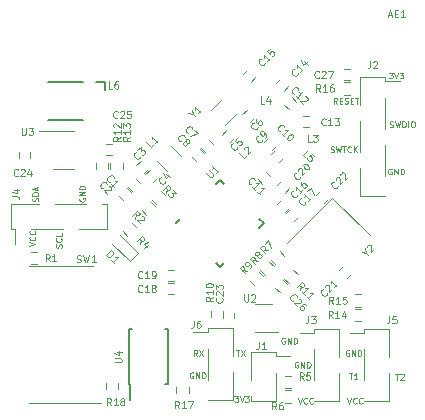
<source format=gbr>
G04 #@! TF.GenerationSoftware,KiCad,Pcbnew,(5.0.0)*
G04 #@! TF.CreationDate,2018-09-19T20:05:00-03:00*
G04 #@! TF.ProjectId,Generic_Bluetooth_Board,47656E657269635F426C7565746F6F74,rev?*
G04 #@! TF.SameCoordinates,Original*
G04 #@! TF.FileFunction,Legend,Top*
G04 #@! TF.FilePolarity,Positive*
%FSLAX46Y46*%
G04 Gerber Fmt 4.6, Leading zero omitted, Abs format (unit mm)*
G04 Created by KiCad (PCBNEW (5.0.0)) date 09/19/18 20:05:00*
%MOMM*%
%LPD*%
G01*
G04 APERTURE LIST*
%ADD10C,0.120000*%
%ADD11C,0.150000*%
G04 APERTURE END LIST*
D10*
X138611800Y-94767352D02*
X138587990Y-94814971D01*
X138587990Y-94886400D01*
X138611800Y-94957828D01*
X138659419Y-95005447D01*
X138707038Y-95029257D01*
X138802276Y-95053066D01*
X138873704Y-95053066D01*
X138968942Y-95029257D01*
X139016561Y-95005447D01*
X139064180Y-94957828D01*
X139087990Y-94886400D01*
X139087990Y-94838780D01*
X139064180Y-94767352D01*
X139040371Y-94743542D01*
X138873704Y-94743542D01*
X138873704Y-94838780D01*
X139087990Y-94529257D02*
X138587990Y-94529257D01*
X139087990Y-94243542D01*
X138587990Y-94243542D01*
X139087990Y-94005447D02*
X138587990Y-94005447D01*
X138587990Y-93886400D01*
X138611800Y-93814971D01*
X138659419Y-93767352D01*
X138707038Y-93743542D01*
X138802276Y-93719733D01*
X138873704Y-93719733D01*
X138968942Y-93743542D01*
X139016561Y-93767352D01*
X139064180Y-93814971D01*
X139087990Y-93886400D01*
X139087990Y-94005447D01*
X165354047Y-109631990D02*
X165639761Y-109631990D01*
X165496904Y-110131990D02*
X165496904Y-109631990D01*
X165782619Y-109679609D02*
X165806428Y-109655800D01*
X165854047Y-109631990D01*
X165973095Y-109631990D01*
X166020714Y-109655800D01*
X166044523Y-109679609D01*
X166068333Y-109727228D01*
X166068333Y-109774847D01*
X166044523Y-109846276D01*
X165758809Y-110131990D01*
X166068333Y-110131990D01*
X161417047Y-109606590D02*
X161702761Y-109606590D01*
X161559904Y-110106590D02*
X161559904Y-109606590D01*
X162131333Y-110106590D02*
X161845619Y-110106590D01*
X161988476Y-110106590D02*
X161988476Y-109606590D01*
X161940857Y-109678019D01*
X161893238Y-109725638D01*
X161845619Y-109749447D01*
X151866647Y-107599990D02*
X152152361Y-107599990D01*
X152009504Y-108099990D02*
X152009504Y-107599990D01*
X152271409Y-107599990D02*
X152604742Y-108099990D01*
X152604742Y-107599990D02*
X152271409Y-108099990D01*
X148582866Y-108125390D02*
X148416200Y-107887295D01*
X148297152Y-108125390D02*
X148297152Y-107625390D01*
X148487628Y-107625390D01*
X148535247Y-107649200D01*
X148559057Y-107673009D01*
X148582866Y-107720628D01*
X148582866Y-107792057D01*
X148559057Y-107839676D01*
X148535247Y-107863485D01*
X148487628Y-107887295D01*
X148297152Y-107887295D01*
X148749533Y-107625390D02*
X149082866Y-108125390D01*
X149082866Y-107625390D02*
X148749533Y-108125390D01*
X151730152Y-111511590D02*
X152039676Y-111511590D01*
X151873009Y-111702066D01*
X151944438Y-111702066D01*
X151992057Y-111725876D01*
X152015866Y-111749685D01*
X152039676Y-111797304D01*
X152039676Y-111916352D01*
X152015866Y-111963971D01*
X151992057Y-111987780D01*
X151944438Y-112011590D01*
X151801580Y-112011590D01*
X151753961Y-111987780D01*
X151730152Y-111963971D01*
X152182533Y-111511590D02*
X152349200Y-112011590D01*
X152515866Y-111511590D01*
X152634914Y-111511590D02*
X152944438Y-111511590D01*
X152777771Y-111702066D01*
X152849200Y-111702066D01*
X152896819Y-111725876D01*
X152920628Y-111749685D01*
X152944438Y-111797304D01*
X152944438Y-111916352D01*
X152920628Y-111963971D01*
X152896819Y-111987780D01*
X152849200Y-112011590D01*
X152706342Y-112011590D01*
X152658723Y-111987780D01*
X152634914Y-111963971D01*
X157124447Y-108639800D02*
X157076828Y-108615990D01*
X157005400Y-108615990D01*
X156933971Y-108639800D01*
X156886352Y-108687419D01*
X156862542Y-108735038D01*
X156838733Y-108830276D01*
X156838733Y-108901704D01*
X156862542Y-108996942D01*
X156886352Y-109044561D01*
X156933971Y-109092180D01*
X157005400Y-109115990D01*
X157053019Y-109115990D01*
X157124447Y-109092180D01*
X157148257Y-109068371D01*
X157148257Y-108901704D01*
X157053019Y-108901704D01*
X157362542Y-109115990D02*
X157362542Y-108615990D01*
X157648257Y-109115990D01*
X157648257Y-108615990D01*
X157886352Y-109115990D02*
X157886352Y-108615990D01*
X158005400Y-108615990D01*
X158076828Y-108639800D01*
X158124447Y-108687419D01*
X158148257Y-108735038D01*
X158172066Y-108830276D01*
X158172066Y-108901704D01*
X158148257Y-108996942D01*
X158124447Y-109044561D01*
X158076828Y-109092180D01*
X158005400Y-109115990D01*
X157886352Y-109115990D01*
X148234447Y-109528800D02*
X148186828Y-109504990D01*
X148115400Y-109504990D01*
X148043971Y-109528800D01*
X147996352Y-109576419D01*
X147972542Y-109624038D01*
X147948733Y-109719276D01*
X147948733Y-109790704D01*
X147972542Y-109885942D01*
X147996352Y-109933561D01*
X148043971Y-109981180D01*
X148115400Y-110004990D01*
X148163019Y-110004990D01*
X148234447Y-109981180D01*
X148258257Y-109957371D01*
X148258257Y-109790704D01*
X148163019Y-109790704D01*
X148472542Y-110004990D02*
X148472542Y-109504990D01*
X148758257Y-110004990D01*
X148758257Y-109504990D01*
X148996352Y-110004990D02*
X148996352Y-109504990D01*
X149115400Y-109504990D01*
X149186828Y-109528800D01*
X149234447Y-109576419D01*
X149258257Y-109624038D01*
X149282066Y-109719276D01*
X149282066Y-109790704D01*
X149258257Y-109885942D01*
X149234447Y-109933561D01*
X149186828Y-109981180D01*
X149115400Y-110004990D01*
X148996352Y-110004990D01*
X161283733Y-111663990D02*
X161450400Y-112163990D01*
X161617066Y-111663990D01*
X162069447Y-112116371D02*
X162045638Y-112140180D01*
X161974209Y-112163990D01*
X161926590Y-112163990D01*
X161855161Y-112140180D01*
X161807542Y-112092561D01*
X161783733Y-112044942D01*
X161759923Y-111949704D01*
X161759923Y-111878276D01*
X161783733Y-111783038D01*
X161807542Y-111735419D01*
X161855161Y-111687800D01*
X161926590Y-111663990D01*
X161974209Y-111663990D01*
X162045638Y-111687800D01*
X162069447Y-111711609D01*
X162569447Y-112116371D02*
X162545638Y-112140180D01*
X162474209Y-112163990D01*
X162426590Y-112163990D01*
X162355161Y-112140180D01*
X162307542Y-112092561D01*
X162283733Y-112044942D01*
X162259923Y-111949704D01*
X162259923Y-111878276D01*
X162283733Y-111783038D01*
X162307542Y-111735419D01*
X162355161Y-111687800D01*
X162426590Y-111663990D01*
X162474209Y-111663990D01*
X162545638Y-111687800D01*
X162569447Y-111711609D01*
X157092733Y-111663990D02*
X157259400Y-112163990D01*
X157426066Y-111663990D01*
X157878447Y-112116371D02*
X157854638Y-112140180D01*
X157783209Y-112163990D01*
X157735590Y-112163990D01*
X157664161Y-112140180D01*
X157616542Y-112092561D01*
X157592733Y-112044942D01*
X157568923Y-111949704D01*
X157568923Y-111878276D01*
X157592733Y-111783038D01*
X157616542Y-111735419D01*
X157664161Y-111687800D01*
X157735590Y-111663990D01*
X157783209Y-111663990D01*
X157854638Y-111687800D01*
X157878447Y-111711609D01*
X158378447Y-112116371D02*
X158354638Y-112140180D01*
X158283209Y-112163990D01*
X158235590Y-112163990D01*
X158164161Y-112140180D01*
X158116542Y-112092561D01*
X158092733Y-112044942D01*
X158068923Y-111949704D01*
X158068923Y-111878276D01*
X158092733Y-111783038D01*
X158116542Y-111735419D01*
X158164161Y-111687800D01*
X158235590Y-111663990D01*
X158283209Y-111663990D01*
X158354638Y-111687800D01*
X158378447Y-111711609D01*
X161417047Y-107649200D02*
X161369428Y-107625390D01*
X161298000Y-107625390D01*
X161226571Y-107649200D01*
X161178952Y-107696819D01*
X161155142Y-107744438D01*
X161131333Y-107839676D01*
X161131333Y-107911104D01*
X161155142Y-108006342D01*
X161178952Y-108053961D01*
X161226571Y-108101580D01*
X161298000Y-108125390D01*
X161345619Y-108125390D01*
X161417047Y-108101580D01*
X161440857Y-108077771D01*
X161440857Y-107911104D01*
X161345619Y-107911104D01*
X161655142Y-108125390D02*
X161655142Y-107625390D01*
X161940857Y-108125390D01*
X161940857Y-107625390D01*
X162178952Y-108125390D02*
X162178952Y-107625390D01*
X162298000Y-107625390D01*
X162369428Y-107649200D01*
X162417047Y-107696819D01*
X162440857Y-107744438D01*
X162464666Y-107839676D01*
X162464666Y-107911104D01*
X162440857Y-108006342D01*
X162417047Y-108053961D01*
X162369428Y-108101580D01*
X162298000Y-108125390D01*
X162178952Y-108125390D01*
X155981447Y-106607800D02*
X155933828Y-106583990D01*
X155862400Y-106583990D01*
X155790971Y-106607800D01*
X155743352Y-106655419D01*
X155719542Y-106703038D01*
X155695733Y-106798276D01*
X155695733Y-106869704D01*
X155719542Y-106964942D01*
X155743352Y-107012561D01*
X155790971Y-107060180D01*
X155862400Y-107083990D01*
X155910019Y-107083990D01*
X155981447Y-107060180D01*
X156005257Y-107036371D01*
X156005257Y-106869704D01*
X155910019Y-106869704D01*
X156219542Y-107083990D02*
X156219542Y-106583990D01*
X156505257Y-107083990D01*
X156505257Y-106583990D01*
X156743352Y-107083990D02*
X156743352Y-106583990D01*
X156862400Y-106583990D01*
X156933828Y-106607800D01*
X156981447Y-106655419D01*
X157005257Y-106703038D01*
X157029066Y-106798276D01*
X157029066Y-106869704D01*
X157005257Y-106964942D01*
X156981447Y-107012561D01*
X156933828Y-107060180D01*
X156862400Y-107083990D01*
X156743352Y-107083990D01*
X165023847Y-92282200D02*
X164976228Y-92258390D01*
X164904800Y-92258390D01*
X164833371Y-92282200D01*
X164785752Y-92329819D01*
X164761942Y-92377438D01*
X164738133Y-92472676D01*
X164738133Y-92544104D01*
X164761942Y-92639342D01*
X164785752Y-92686961D01*
X164833371Y-92734580D01*
X164904800Y-92758390D01*
X164952419Y-92758390D01*
X165023847Y-92734580D01*
X165047657Y-92710771D01*
X165047657Y-92544104D01*
X164952419Y-92544104D01*
X165261942Y-92758390D02*
X165261942Y-92258390D01*
X165547657Y-92758390D01*
X165547657Y-92258390D01*
X165785752Y-92758390D02*
X165785752Y-92258390D01*
X165904800Y-92258390D01*
X165976228Y-92282200D01*
X166023847Y-92329819D01*
X166047657Y-92377438D01*
X166071466Y-92472676D01*
X166071466Y-92544104D01*
X166047657Y-92639342D01*
X166023847Y-92686961D01*
X165976228Y-92734580D01*
X165904800Y-92758390D01*
X165785752Y-92758390D01*
X159866152Y-90851780D02*
X159937580Y-90875590D01*
X160056628Y-90875590D01*
X160104247Y-90851780D01*
X160128057Y-90827971D01*
X160151866Y-90780352D01*
X160151866Y-90732733D01*
X160128057Y-90685114D01*
X160104247Y-90661304D01*
X160056628Y-90637495D01*
X159961390Y-90613685D01*
X159913771Y-90589876D01*
X159889961Y-90566066D01*
X159866152Y-90518447D01*
X159866152Y-90470828D01*
X159889961Y-90423209D01*
X159913771Y-90399400D01*
X159961390Y-90375590D01*
X160080438Y-90375590D01*
X160151866Y-90399400D01*
X160318533Y-90375590D02*
X160437580Y-90875590D01*
X160532819Y-90518447D01*
X160628057Y-90875590D01*
X160747104Y-90375590D01*
X160866152Y-90375590D02*
X161151866Y-90375590D01*
X161009009Y-90875590D02*
X161009009Y-90375590D01*
X161604247Y-90827971D02*
X161580438Y-90851780D01*
X161509009Y-90875590D01*
X161461390Y-90875590D01*
X161389961Y-90851780D01*
X161342342Y-90804161D01*
X161318533Y-90756542D01*
X161294723Y-90661304D01*
X161294723Y-90589876D01*
X161318533Y-90494638D01*
X161342342Y-90447019D01*
X161389961Y-90399400D01*
X161461390Y-90375590D01*
X161509009Y-90375590D01*
X161580438Y-90399400D01*
X161604247Y-90423209D01*
X161818533Y-90875590D02*
X161818533Y-90375590D01*
X162104247Y-90875590D02*
X161889961Y-90589876D01*
X162104247Y-90375590D02*
X161818533Y-90661304D01*
X164878676Y-88746780D02*
X164950104Y-88770590D01*
X165069152Y-88770590D01*
X165116771Y-88746780D01*
X165140580Y-88722971D01*
X165164390Y-88675352D01*
X165164390Y-88627733D01*
X165140580Y-88580114D01*
X165116771Y-88556304D01*
X165069152Y-88532495D01*
X164973914Y-88508685D01*
X164926295Y-88484876D01*
X164902485Y-88461066D01*
X164878676Y-88413447D01*
X164878676Y-88365828D01*
X164902485Y-88318209D01*
X164926295Y-88294400D01*
X164973914Y-88270590D01*
X165092961Y-88270590D01*
X165164390Y-88294400D01*
X165331057Y-88270590D02*
X165450104Y-88770590D01*
X165545342Y-88413447D01*
X165640580Y-88770590D01*
X165759628Y-88270590D01*
X165950104Y-88770590D02*
X165950104Y-88270590D01*
X166069152Y-88270590D01*
X166140580Y-88294400D01*
X166188200Y-88342019D01*
X166212009Y-88389638D01*
X166235819Y-88484876D01*
X166235819Y-88556304D01*
X166212009Y-88651542D01*
X166188200Y-88699161D01*
X166140580Y-88746780D01*
X166069152Y-88770590D01*
X165950104Y-88770590D01*
X166450104Y-88770590D02*
X166450104Y-88270590D01*
X166783438Y-88270590D02*
X166878676Y-88270590D01*
X166926295Y-88294400D01*
X166973914Y-88342019D01*
X166997723Y-88437257D01*
X166997723Y-88603923D01*
X166973914Y-88699161D01*
X166926295Y-88746780D01*
X166878676Y-88770590D01*
X166783438Y-88770590D01*
X166735819Y-88746780D01*
X166688200Y-88699161D01*
X166664390Y-88603923D01*
X166664390Y-88437257D01*
X166688200Y-88342019D01*
X166735819Y-88294400D01*
X166783438Y-88270590D01*
X164811152Y-84130390D02*
X165120676Y-84130390D01*
X164954009Y-84320866D01*
X165025438Y-84320866D01*
X165073057Y-84344676D01*
X165096866Y-84368485D01*
X165120676Y-84416104D01*
X165120676Y-84535152D01*
X165096866Y-84582771D01*
X165073057Y-84606580D01*
X165025438Y-84630390D01*
X164882580Y-84630390D01*
X164834961Y-84606580D01*
X164811152Y-84582771D01*
X165263533Y-84130390D02*
X165430200Y-84630390D01*
X165596866Y-84130390D01*
X165715914Y-84130390D02*
X166025438Y-84130390D01*
X165858771Y-84320866D01*
X165930200Y-84320866D01*
X165977819Y-84344676D01*
X166001628Y-84368485D01*
X166025438Y-84416104D01*
X166025438Y-84535152D01*
X166001628Y-84582771D01*
X165977819Y-84606580D01*
X165930200Y-84630390D01*
X165787342Y-84630390D01*
X165739723Y-84606580D01*
X165715914Y-84582771D01*
X160411409Y-86763990D02*
X160244742Y-86525895D01*
X160125695Y-86763990D02*
X160125695Y-86263990D01*
X160316171Y-86263990D01*
X160363790Y-86287800D01*
X160387600Y-86311609D01*
X160411409Y-86359228D01*
X160411409Y-86430657D01*
X160387600Y-86478276D01*
X160363790Y-86502085D01*
X160316171Y-86525895D01*
X160125695Y-86525895D01*
X160625695Y-86502085D02*
X160792361Y-86502085D01*
X160863790Y-86763990D02*
X160625695Y-86763990D01*
X160625695Y-86263990D01*
X160863790Y-86263990D01*
X161054266Y-86740180D02*
X161125695Y-86763990D01*
X161244742Y-86763990D01*
X161292361Y-86740180D01*
X161316171Y-86716371D01*
X161339980Y-86668752D01*
X161339980Y-86621133D01*
X161316171Y-86573514D01*
X161292361Y-86549704D01*
X161244742Y-86525895D01*
X161149504Y-86502085D01*
X161101885Y-86478276D01*
X161078076Y-86454466D01*
X161054266Y-86406847D01*
X161054266Y-86359228D01*
X161078076Y-86311609D01*
X161101885Y-86287800D01*
X161149504Y-86263990D01*
X161268552Y-86263990D01*
X161339980Y-86287800D01*
X161554266Y-86502085D02*
X161720933Y-86502085D01*
X161792361Y-86763990D02*
X161554266Y-86763990D01*
X161554266Y-86263990D01*
X161792361Y-86263990D01*
X161935219Y-86263990D02*
X162220933Y-86263990D01*
X162078076Y-86763990D02*
X162078076Y-86263990D01*
X134371590Y-98812266D02*
X134871590Y-98645600D01*
X134371590Y-98478933D01*
X134823971Y-98026552D02*
X134847780Y-98050361D01*
X134871590Y-98121790D01*
X134871590Y-98169409D01*
X134847780Y-98240838D01*
X134800161Y-98288457D01*
X134752542Y-98312266D01*
X134657304Y-98336076D01*
X134585876Y-98336076D01*
X134490638Y-98312266D01*
X134443019Y-98288457D01*
X134395400Y-98240838D01*
X134371590Y-98169409D01*
X134371590Y-98121790D01*
X134395400Y-98050361D01*
X134419209Y-98026552D01*
X134823971Y-97526552D02*
X134847780Y-97550361D01*
X134871590Y-97621790D01*
X134871590Y-97669409D01*
X134847780Y-97740838D01*
X134800161Y-97788457D01*
X134752542Y-97812266D01*
X134657304Y-97836076D01*
X134585876Y-97836076D01*
X134490638Y-97812266D01*
X134443019Y-97788457D01*
X134395400Y-97740838D01*
X134371590Y-97669409D01*
X134371590Y-97621790D01*
X134395400Y-97550361D01*
X134419209Y-97526552D01*
X137082980Y-98944038D02*
X137106790Y-98872609D01*
X137106790Y-98753561D01*
X137082980Y-98705942D01*
X137059171Y-98682133D01*
X137011552Y-98658323D01*
X136963933Y-98658323D01*
X136916314Y-98682133D01*
X136892504Y-98705942D01*
X136868695Y-98753561D01*
X136844885Y-98848800D01*
X136821076Y-98896419D01*
X136797266Y-98920228D01*
X136749647Y-98944038D01*
X136702028Y-98944038D01*
X136654409Y-98920228D01*
X136630600Y-98896419D01*
X136606790Y-98848800D01*
X136606790Y-98729752D01*
X136630600Y-98658323D01*
X137059171Y-98158323D02*
X137082980Y-98182133D01*
X137106790Y-98253561D01*
X137106790Y-98301180D01*
X137082980Y-98372609D01*
X137035361Y-98420228D01*
X136987742Y-98444038D01*
X136892504Y-98467847D01*
X136821076Y-98467847D01*
X136725838Y-98444038D01*
X136678219Y-98420228D01*
X136630600Y-98372609D01*
X136606790Y-98301180D01*
X136606790Y-98253561D01*
X136630600Y-98182133D01*
X136654409Y-98158323D01*
X137106790Y-97705942D02*
X137106790Y-97944038D01*
X136606790Y-97944038D01*
X135101780Y-95044342D02*
X135125590Y-94972914D01*
X135125590Y-94853866D01*
X135101780Y-94806247D01*
X135077971Y-94782438D01*
X135030352Y-94758628D01*
X134982733Y-94758628D01*
X134935114Y-94782438D01*
X134911304Y-94806247D01*
X134887495Y-94853866D01*
X134863685Y-94949104D01*
X134839876Y-94996723D01*
X134816066Y-95020533D01*
X134768447Y-95044342D01*
X134720828Y-95044342D01*
X134673209Y-95020533D01*
X134649400Y-94996723D01*
X134625590Y-94949104D01*
X134625590Y-94830057D01*
X134649400Y-94758628D01*
X135125590Y-94544342D02*
X134625590Y-94544342D01*
X134625590Y-94425295D01*
X134649400Y-94353866D01*
X134697019Y-94306247D01*
X134744638Y-94282438D01*
X134839876Y-94258628D01*
X134911304Y-94258628D01*
X135006542Y-94282438D01*
X135054161Y-94306247D01*
X135101780Y-94353866D01*
X135125590Y-94425295D01*
X135125590Y-94544342D01*
X134982733Y-94068152D02*
X134982733Y-93830057D01*
X135125590Y-94115771D02*
X134625590Y-93949104D01*
X135125590Y-93782438D01*
G04 #@! TO.C,SW1*
X139758400Y-100549400D02*
X134358400Y-100549400D01*
X140398400Y-112099400D02*
X134358400Y-112099400D01*
G04 #@! TO.C,C1*
X143727017Y-93506937D02*
X143373463Y-93153383D01*
X142708783Y-93818063D02*
X143062337Y-94171617D01*
G04 #@! TO.C,C2*
X141946783Y-94580063D02*
X142300337Y-94933617D01*
X142965017Y-94268937D02*
X142611463Y-93915383D01*
G04 #@! TO.C,C3*
X143773537Y-91591283D02*
X143419983Y-91944837D01*
X144084663Y-92609517D02*
X144438217Y-92255963D01*
G04 #@! TO.C,C4*
X144846663Y-93371517D02*
X145200217Y-93017963D01*
X144535537Y-92353283D02*
X144181983Y-92706837D01*
G04 #@! TO.C,C5*
X151349063Y-90044117D02*
X151702617Y-89690563D01*
X151037937Y-89025883D02*
X150684383Y-89379437D01*
G04 #@! TO.C,C6*
X153063563Y-88329617D02*
X153417117Y-87976063D01*
X152752437Y-87311383D02*
X152398883Y-87664937D01*
G04 #@! TO.C,C7*
X148906383Y-90516063D02*
X149259937Y-90869617D01*
X149924617Y-90204937D02*
X149571063Y-89851383D01*
G04 #@! TO.C,C8*
X148144383Y-91278063D02*
X148497937Y-91631617D01*
X149162617Y-90966937D02*
X148809063Y-90613383D01*
G04 #@! TO.C,C9*
X154593937Y-89660883D02*
X154240383Y-90014437D01*
X154905063Y-90679117D02*
X155258617Y-90325563D01*
G04 #@! TO.C,C10*
X155165437Y-90676883D02*
X154811883Y-91030437D01*
X155476563Y-91695117D02*
X155830117Y-91341563D01*
G04 #@! TO.C,C11*
X153732383Y-93183063D02*
X154085937Y-93536617D01*
X154750617Y-92871937D02*
X154397063Y-92518383D01*
G04 #@! TO.C,C12*
X156973117Y-86585437D02*
X156619563Y-86231883D01*
X155954883Y-86896563D02*
X156308437Y-87250117D01*
G04 #@! TO.C,C13*
X157547500Y-88735000D02*
X158047500Y-88735000D01*
X158047500Y-87795000D02*
X157547500Y-87795000D01*
G04 #@! TO.C,C14*
X155921063Y-85662617D02*
X156274617Y-85309063D01*
X155609937Y-84644383D02*
X155256383Y-84997937D01*
G04 #@! TO.C,C15*
X153127063Y-84900617D02*
X153480617Y-84547063D01*
X152815937Y-83882383D02*
X152462383Y-84235937D01*
G04 #@! TO.C,C16*
X155984563Y-95949617D02*
X156338117Y-95596063D01*
X155673437Y-94931383D02*
X155319883Y-95284937D01*
G04 #@! TO.C,C17*
X156435437Y-95693383D02*
X156081883Y-96046937D01*
X156746563Y-96711617D02*
X157100117Y-96358063D01*
G04 #@! TO.C,C18*
X146579400Y-101942800D02*
X146079400Y-101942800D01*
X146079400Y-102882800D02*
X146579400Y-102882800D01*
G04 #@! TO.C,C19*
X146079400Y-101790600D02*
X146579400Y-101790600D01*
X146579400Y-100850600D02*
X146079400Y-100850600D01*
G04 #@! TO.C,C20*
X155673437Y-93280383D02*
X155319883Y-93633937D01*
X155984563Y-94298617D02*
X156338117Y-93945063D01*
G04 #@! TO.C,C21*
X160931237Y-100481283D02*
X160577683Y-100834837D01*
X161242363Y-101499517D02*
X161595917Y-101145963D01*
G04 #@! TO.C,C22*
X158975437Y-94169383D02*
X158621883Y-94522937D01*
X159286563Y-95187617D02*
X159640117Y-94834063D01*
G04 #@! TO.C,C23*
X150787000Y-104448800D02*
X150787000Y-104948800D01*
X151727000Y-104948800D02*
X151727000Y-104448800D01*
G04 #@! TO.C,C24*
X133451500Y-90872500D02*
X133451500Y-91372500D01*
X134391500Y-91372500D02*
X134391500Y-90872500D01*
G04 #@! TO.C,C25*
X140847000Y-91148000D02*
X141347000Y-91148000D01*
X141347000Y-90208000D02*
X140847000Y-90208000D01*
G04 #@! TO.C,C26*
X156211117Y-102054037D02*
X155857563Y-101700483D01*
X155192883Y-102365163D02*
X155546437Y-102718717D01*
D11*
G04 #@! TO.C,L6*
X138914000Y-88150500D02*
X135914000Y-88150500D01*
X135914000Y-84950500D02*
X138914000Y-84950500D01*
X140014000Y-84950500D02*
X140764000Y-84950500D01*
X140764000Y-84950500D02*
X140764000Y-85600500D01*
D10*
G04 #@! TO.C,R1*
X134971600Y-99317400D02*
X134471600Y-99317400D01*
X134471600Y-100377400D02*
X134971600Y-100377400D01*
G04 #@! TO.C,R2*
X144975943Y-95407610D02*
X144622390Y-95054057D01*
X143872857Y-95803590D02*
X144226410Y-96157143D01*
G04 #@! TO.C,R3*
X144761857Y-94914590D02*
X145115410Y-95268143D01*
X145864943Y-94518610D02*
X145511390Y-94165057D01*
G04 #@! TO.C,R4*
X143401143Y-97185610D02*
X143047590Y-96832057D01*
X142298057Y-97581590D02*
X142651610Y-97935143D01*
G04 #@! TO.C,R5*
X156010800Y-110867600D02*
X156510800Y-110867600D01*
X156510800Y-109807600D02*
X156010800Y-109807600D01*
G04 #@! TO.C,R6*
X156510800Y-111026800D02*
X156010800Y-111026800D01*
X156010800Y-112086800D02*
X156510800Y-112086800D01*
G04 #@! TO.C,R7*
X155897943Y-99624010D02*
X155544390Y-99270457D01*
X154794857Y-100019990D02*
X155148410Y-100373543D01*
G04 #@! TO.C,R8*
X153931257Y-100883590D02*
X154284810Y-101237143D01*
X155034343Y-100487610D02*
X154680790Y-100134057D01*
G04 #@! TO.C,R9*
X154170743Y-101351210D02*
X153817190Y-100997657D01*
X153067657Y-101747190D02*
X153421210Y-102100743D01*
G04 #@! TO.C,R10*
X149711000Y-104321800D02*
X149711000Y-104821800D01*
X150771000Y-104821800D02*
X150771000Y-104321800D01*
G04 #@! TO.C,R11*
X155963257Y-101594790D02*
X156316810Y-101948343D01*
X157066343Y-101198810D02*
X156712790Y-100845257D01*
G04 #@! TO.C,R12*
X141055500Y-92325000D02*
X141055500Y-91825000D01*
X139995500Y-91825000D02*
X139995500Y-92325000D01*
G04 #@! TO.C,R13*
X141202000Y-91825000D02*
X141202000Y-92325000D01*
X142262000Y-92325000D02*
X142262000Y-91825000D01*
D11*
G04 #@! TO.C,U1*
X150495000Y-93188689D02*
X150123769Y-93559920D01*
X154207311Y-96901000D02*
X153836080Y-97272231D01*
X150495000Y-100613311D02*
X150866231Y-100242080D01*
X146782689Y-96901000D02*
X147153920Y-96529769D01*
X154207311Y-96901000D02*
X153836080Y-96529769D01*
X150495000Y-100613311D02*
X150123769Y-100242080D01*
X150495000Y-93188689D02*
X150866231Y-93559920D01*
D10*
G04 #@! TO.C,U3*
X138140000Y-89070500D02*
X135190000Y-89070500D01*
X136340000Y-92290500D02*
X138140000Y-92290500D01*
G04 #@! TO.C,Y1*
X151908516Y-87580921D02*
X150953921Y-88535516D01*
X150671079Y-86343484D02*
X149716484Y-87298079D01*
G04 #@! TO.C,Y2*
X160020698Y-94734321D02*
X156202321Y-98552698D01*
X163202679Y-97916302D02*
X160020698Y-94734321D01*
G04 #@! TO.C,R14*
X162403600Y-104118000D02*
X161903600Y-104118000D01*
X161903600Y-105178000D02*
X162403600Y-105178000D01*
G04 #@! TO.C,R15*
X162403600Y-102898800D02*
X161903600Y-102898800D01*
X161903600Y-103958800D02*
X162403600Y-103958800D01*
G04 #@! TO.C,J1*
X153092600Y-111540000D02*
X153092600Y-111915000D01*
X155212600Y-107795000D02*
X155212600Y-108170000D01*
X155212600Y-108170000D02*
X156442600Y-108170000D01*
X153092600Y-107795000D02*
X153092600Y-110170000D01*
X155212600Y-109540000D02*
X155212600Y-111915000D01*
X153092600Y-111915000D02*
X155212600Y-111915000D01*
X153092600Y-107795000D02*
X155212600Y-107795000D01*
G04 #@! TO.C,J2*
X162363600Y-92245400D02*
X162363600Y-94620400D01*
X162363600Y-88245400D02*
X162363600Y-90875400D01*
X162363600Y-94245400D02*
X162363600Y-94620400D01*
X164483600Y-84500400D02*
X164483600Y-84875400D01*
X164483600Y-84875400D02*
X165713600Y-84875400D01*
X162363600Y-84500400D02*
X162363600Y-86875400D01*
X164483600Y-90245400D02*
X164483600Y-92875400D01*
X164483600Y-86245400D02*
X164483600Y-88875400D01*
X162363600Y-94620400D02*
X164483600Y-94620400D01*
X162363600Y-84500400D02*
X164483600Y-84500400D01*
G04 #@! TO.C,C27*
X161040000Y-84798000D02*
X161540000Y-84798000D01*
X161540000Y-83858000D02*
X161040000Y-83858000D01*
G04 #@! TO.C,R16*
X161040000Y-86001000D02*
X161540000Y-86001000D01*
X161540000Y-84941000D02*
X161040000Y-84941000D01*
G04 #@! TO.C,R17*
X147875400Y-111248000D02*
X147875400Y-110748000D01*
X146815400Y-110748000D02*
X146815400Y-111248000D01*
D11*
G04 #@! TO.C,U4*
X142924800Y-110525400D02*
X142924800Y-111875400D01*
X146074800Y-110525400D02*
X146074800Y-105875400D01*
X142824800Y-110525400D02*
X142824800Y-105875400D01*
X146074800Y-110525400D02*
X145874800Y-110525400D01*
X146074800Y-105875400D02*
X145874800Y-105875400D01*
X142824800Y-105875400D02*
X143024800Y-105875400D01*
X142824800Y-110525400D02*
X142924800Y-110525400D01*
D10*
G04 #@! TO.C,R18*
X140821000Y-110450400D02*
X140821000Y-110950400D01*
X141881000Y-110950400D02*
X141881000Y-110450400D01*
G04 #@! TO.C,J4*
X138540200Y-97376800D02*
X140915200Y-97376800D01*
X134540200Y-97376800D02*
X137170200Y-97376800D01*
X136540200Y-95256800D02*
X139170200Y-95256800D01*
X140540200Y-95256800D02*
X140915200Y-95256800D01*
X132795200Y-97376800D02*
X133170200Y-97376800D01*
X133170200Y-97376800D02*
X133170200Y-98606800D01*
X132795200Y-95256800D02*
X135170200Y-95256800D01*
X140915200Y-97376800D02*
X140915200Y-95256800D01*
X132795200Y-97376800D02*
X132795200Y-95256800D01*
G04 #@! TO.C,J6*
X149460400Y-107498600D02*
X149460400Y-110128600D01*
X151580400Y-109498600D02*
X151580400Y-111873600D01*
X151580400Y-111498600D02*
X151580400Y-111873600D01*
X149460400Y-105753600D02*
X149460400Y-106128600D01*
X149460400Y-106128600D02*
X148230400Y-106128600D01*
X151580400Y-105753600D02*
X151580400Y-108128600D01*
X149460400Y-111873600D02*
X151580400Y-111873600D01*
X149460400Y-105753600D02*
X151580400Y-105753600D01*
G04 #@! TO.C,J3*
X158477400Y-107549400D02*
X158477400Y-110179400D01*
X160597400Y-109549400D02*
X160597400Y-111924400D01*
X160597400Y-111549400D02*
X160597400Y-111924400D01*
X158477400Y-105804400D02*
X158477400Y-106179400D01*
X158477400Y-106179400D02*
X157247400Y-106179400D01*
X160597400Y-105804400D02*
X160597400Y-108179400D01*
X158477400Y-111924400D02*
X160597400Y-111924400D01*
X158477400Y-105804400D02*
X160597400Y-105804400D01*
G04 #@! TO.C,J5*
X162719200Y-105804400D02*
X164839200Y-105804400D01*
X162719200Y-111924400D02*
X164839200Y-111924400D01*
X164839200Y-105804400D02*
X164839200Y-108179400D01*
X162719200Y-106179400D02*
X161489200Y-106179400D01*
X162719200Y-105804400D02*
X162719200Y-106179400D01*
X164839200Y-111549400D02*
X164839200Y-111924400D01*
X164839200Y-109549400D02*
X164839200Y-111924400D01*
X162719200Y-107549400D02*
X162719200Y-110179400D01*
G04 #@! TO.C,L1*
X145979010Y-92461118D02*
X145130482Y-91612590D01*
X146374990Y-90368082D02*
X147223518Y-91216610D01*
G04 #@! TO.C,D1*
X142843785Y-100116892D02*
X141358861Y-98631968D01*
X143550892Y-99409785D02*
X142065968Y-97924861D01*
X142843785Y-100116892D02*
X143550892Y-99409785D01*
G04 #@! TO.C,U2*
X154878000Y-103742000D02*
X153478000Y-103742000D01*
X153478000Y-106062000D02*
X155378000Y-106062000D01*
G04 #@! TO.C,SW1*
X138366600Y-100166457D02*
X138452314Y-100195028D01*
X138595171Y-100195028D01*
X138652314Y-100166457D01*
X138680885Y-100137885D01*
X138709457Y-100080742D01*
X138709457Y-100023600D01*
X138680885Y-99966457D01*
X138652314Y-99937885D01*
X138595171Y-99909314D01*
X138480885Y-99880742D01*
X138423742Y-99852171D01*
X138395171Y-99823600D01*
X138366600Y-99766457D01*
X138366600Y-99709314D01*
X138395171Y-99652171D01*
X138423742Y-99623600D01*
X138480885Y-99595028D01*
X138623742Y-99595028D01*
X138709457Y-99623600D01*
X138909457Y-99595028D02*
X139052314Y-100195028D01*
X139166600Y-99766457D01*
X139280885Y-100195028D01*
X139423742Y-99595028D01*
X139966600Y-100195028D02*
X139623742Y-100195028D01*
X139795171Y-100195028D02*
X139795171Y-99595028D01*
X139738028Y-99680742D01*
X139680885Y-99737885D01*
X139623742Y-99766457D01*
G04 #@! TO.C,AE1*
X164755600Y-79297200D02*
X165041314Y-79297200D01*
X164698457Y-79468628D02*
X164898457Y-78868628D01*
X165098457Y-79468628D01*
X165298457Y-79154342D02*
X165498457Y-79154342D01*
X165584171Y-79468628D02*
X165298457Y-79468628D01*
X165298457Y-78868628D01*
X165584171Y-78868628D01*
X166155600Y-79468628D02*
X165812742Y-79468628D01*
X165984171Y-79468628D02*
X165984171Y-78868628D01*
X165927028Y-78954342D01*
X165869885Y-79011485D01*
X165812742Y-79040057D01*
G04 #@! TO.C,C1*
X141154165Y-93375012D02*
X141113759Y-93375012D01*
X141032947Y-93334606D01*
X140992541Y-93294199D01*
X140952134Y-93213387D01*
X140952134Y-93132575D01*
X140972337Y-93071966D01*
X141032947Y-92970951D01*
X141093556Y-92910342D01*
X141194571Y-92849732D01*
X141255180Y-92829529D01*
X141335992Y-92829529D01*
X141416805Y-92869935D01*
X141457211Y-92910342D01*
X141497617Y-92991154D01*
X141497617Y-93031560D01*
X141517820Y-93819479D02*
X141275383Y-93577042D01*
X141396602Y-93698261D02*
X141820866Y-93273996D01*
X141719850Y-93294199D01*
X141639038Y-93294199D01*
X141578429Y-93273996D01*
G04 #@! TO.C,C2*
X140569966Y-93933812D02*
X140529560Y-93933812D01*
X140448748Y-93893406D01*
X140408342Y-93852999D01*
X140367935Y-93772187D01*
X140367935Y-93691375D01*
X140388138Y-93630766D01*
X140448748Y-93529751D01*
X140509357Y-93469142D01*
X140610372Y-93408532D01*
X140670981Y-93388329D01*
X140751793Y-93388329D01*
X140832606Y-93428735D01*
X140873012Y-93469142D01*
X140913418Y-93549954D01*
X140913418Y-93590360D01*
X141075042Y-93751984D02*
X141115448Y-93751984D01*
X141176057Y-93772187D01*
X141277073Y-93873203D01*
X141297276Y-93933812D01*
X141297276Y-93974218D01*
X141277073Y-94034827D01*
X141236667Y-94075233D01*
X141155854Y-94115639D01*
X140670981Y-94115639D01*
X140933621Y-94378279D01*
G04 #@! TO.C,C3*
X143755912Y-91243133D02*
X143755912Y-91283539D01*
X143715506Y-91364351D01*
X143675099Y-91404757D01*
X143594287Y-91445164D01*
X143513475Y-91445164D01*
X143452866Y-91424961D01*
X143351851Y-91364351D01*
X143291242Y-91303742D01*
X143230632Y-91202727D01*
X143210429Y-91142118D01*
X143210429Y-91061306D01*
X143250835Y-90980493D01*
X143291242Y-90940087D01*
X143372054Y-90899681D01*
X143412460Y-90899681D01*
X143513475Y-90717854D02*
X143776115Y-90455214D01*
X143796318Y-90758260D01*
X143856927Y-90697651D01*
X143917536Y-90677448D01*
X143957942Y-90677448D01*
X144018551Y-90697651D01*
X144119567Y-90798666D01*
X144139770Y-90859275D01*
X144139770Y-90899681D01*
X144119567Y-90960290D01*
X143998348Y-91081509D01*
X143937739Y-91101712D01*
X143897333Y-91101712D01*
G04 #@! TO.C,C4*
X145851412Y-93338633D02*
X145851412Y-93379039D01*
X145811006Y-93459851D01*
X145770599Y-93500257D01*
X145689787Y-93540664D01*
X145608975Y-93540664D01*
X145548366Y-93520461D01*
X145447351Y-93459851D01*
X145386742Y-93399242D01*
X145326132Y-93298227D01*
X145305929Y-93237618D01*
X145305929Y-93156806D01*
X145346335Y-93075993D01*
X145386742Y-93035587D01*
X145467554Y-92995181D01*
X145507960Y-92995181D01*
X145972630Y-92732542D02*
X146255473Y-93015384D01*
X145709990Y-92671932D02*
X145912021Y-93075993D01*
X146174661Y-92813354D01*
G04 #@! TO.C,C5*
X151972812Y-90455733D02*
X151972812Y-90496139D01*
X151932406Y-90576951D01*
X151891999Y-90617357D01*
X151811187Y-90657764D01*
X151730375Y-90657764D01*
X151669766Y-90637561D01*
X151568751Y-90576951D01*
X151508142Y-90516342D01*
X151447532Y-90415327D01*
X151427329Y-90354718D01*
X151427329Y-90273906D01*
X151467735Y-90193093D01*
X151508142Y-90152687D01*
X151588954Y-90112281D01*
X151629360Y-90112281D01*
X151972812Y-89688017D02*
X151770781Y-89890048D01*
X151952609Y-90112281D01*
X151952609Y-90071875D01*
X151972812Y-90011266D01*
X152073827Y-89910251D01*
X152134436Y-89890048D01*
X152174842Y-89890048D01*
X152235451Y-89910251D01*
X152336467Y-90011266D01*
X152356670Y-90071875D01*
X152356670Y-90112281D01*
X152336467Y-90172890D01*
X152235451Y-90273906D01*
X152174842Y-90294109D01*
X152134436Y-90294109D01*
G04 #@! TO.C,C6*
X153687312Y-88741233D02*
X153687312Y-88781639D01*
X153646906Y-88862451D01*
X153606499Y-88902857D01*
X153525687Y-88943264D01*
X153444875Y-88943264D01*
X153384266Y-88923061D01*
X153283251Y-88862451D01*
X153222642Y-88801842D01*
X153162032Y-88700827D01*
X153141829Y-88640218D01*
X153141829Y-88559406D01*
X153182235Y-88478593D01*
X153222642Y-88438187D01*
X153303454Y-88397781D01*
X153343860Y-88397781D01*
X153667109Y-87993720D02*
X153586296Y-88074532D01*
X153566093Y-88135142D01*
X153566093Y-88175548D01*
X153586296Y-88276563D01*
X153646906Y-88377578D01*
X153808530Y-88539203D01*
X153869139Y-88559406D01*
X153909545Y-88559406D01*
X153970154Y-88539203D01*
X154050967Y-88458390D01*
X154071170Y-88397781D01*
X154071170Y-88357375D01*
X154050967Y-88296766D01*
X153949951Y-88195751D01*
X153889342Y-88175548D01*
X153848936Y-88175548D01*
X153788327Y-88195751D01*
X153707515Y-88276563D01*
X153687312Y-88337172D01*
X153687312Y-88377578D01*
X153707515Y-88438187D01*
G04 #@! TO.C,C7*
X147796266Y-89234812D02*
X147755860Y-89234812D01*
X147675048Y-89194406D01*
X147634642Y-89153999D01*
X147594235Y-89073187D01*
X147594235Y-88992375D01*
X147614438Y-88931766D01*
X147675048Y-88830751D01*
X147735657Y-88770142D01*
X147836672Y-88709532D01*
X147897281Y-88689329D01*
X147978093Y-88689329D01*
X148058906Y-88729735D01*
X148099312Y-88770142D01*
X148139718Y-88850954D01*
X148139718Y-88891360D01*
X148321545Y-88992375D02*
X148604388Y-89275218D01*
X147998296Y-89517654D01*
G04 #@! TO.C,C8*
X147161266Y-89933312D02*
X147120860Y-89933312D01*
X147040048Y-89892906D01*
X146999642Y-89852499D01*
X146959235Y-89771687D01*
X146959235Y-89690875D01*
X146979438Y-89630266D01*
X147040048Y-89529251D01*
X147100657Y-89468642D01*
X147201672Y-89408032D01*
X147262281Y-89387829D01*
X147343093Y-89387829D01*
X147423906Y-89428235D01*
X147464312Y-89468642D01*
X147504718Y-89549454D01*
X147504718Y-89589860D01*
X147605733Y-89973718D02*
X147585530Y-89913109D01*
X147585530Y-89872703D01*
X147605733Y-89812093D01*
X147625936Y-89791890D01*
X147686545Y-89771687D01*
X147726951Y-89771687D01*
X147787561Y-89791890D01*
X147868373Y-89872703D01*
X147888576Y-89933312D01*
X147888576Y-89973718D01*
X147868373Y-90034327D01*
X147848170Y-90054530D01*
X147787561Y-90074733D01*
X147747154Y-90074733D01*
X147686545Y-90054530D01*
X147605733Y-89973718D01*
X147545124Y-89953515D01*
X147504718Y-89953515D01*
X147444109Y-89973718D01*
X147363296Y-90054530D01*
X147343093Y-90115139D01*
X147343093Y-90155545D01*
X147363296Y-90216154D01*
X147444109Y-90296967D01*
X147504718Y-90317170D01*
X147545124Y-90317170D01*
X147605733Y-90296967D01*
X147686545Y-90216154D01*
X147706748Y-90155545D01*
X147706748Y-90115139D01*
X147686545Y-90054530D01*
G04 #@! TO.C,C9*
X154068312Y-89820733D02*
X154068312Y-89861139D01*
X154027906Y-89941951D01*
X153987499Y-89982357D01*
X153906687Y-90022764D01*
X153825875Y-90022764D01*
X153765266Y-90002561D01*
X153664251Y-89941951D01*
X153603642Y-89881342D01*
X153543032Y-89780327D01*
X153522829Y-89719718D01*
X153522829Y-89638906D01*
X153563235Y-89558093D01*
X153603642Y-89517687D01*
X153684454Y-89477281D01*
X153724860Y-89477281D01*
X154310748Y-89659109D02*
X154391561Y-89578296D01*
X154411764Y-89517687D01*
X154411764Y-89477281D01*
X154391561Y-89376266D01*
X154330951Y-89275251D01*
X154169327Y-89113626D01*
X154108718Y-89093423D01*
X154068312Y-89093423D01*
X154007703Y-89113626D01*
X153926890Y-89194438D01*
X153906687Y-89255048D01*
X153906687Y-89295454D01*
X153926890Y-89356063D01*
X154027906Y-89457078D01*
X154088515Y-89477281D01*
X154128921Y-89477281D01*
X154189530Y-89457078D01*
X154270342Y-89376266D01*
X154290545Y-89315657D01*
X154290545Y-89275251D01*
X154270342Y-89214642D01*
G04 #@! TO.C,C10*
X155595235Y-89096281D02*
X155554829Y-89096281D01*
X155474017Y-89055875D01*
X155433611Y-89015469D01*
X155393205Y-88934657D01*
X155393205Y-88853845D01*
X155413408Y-88793235D01*
X155474017Y-88692220D01*
X155534626Y-88631611D01*
X155635642Y-88571002D01*
X155696251Y-88550799D01*
X155777063Y-88550799D01*
X155857875Y-88591205D01*
X155898281Y-88631611D01*
X155938687Y-88712423D01*
X155938687Y-88752829D01*
X155958890Y-89540748D02*
X155716454Y-89298312D01*
X155837672Y-89419530D02*
X156261936Y-88995266D01*
X156160921Y-89015469D01*
X156080109Y-89015469D01*
X156019500Y-88995266D01*
X156645794Y-89379124D02*
X156686200Y-89419530D01*
X156706403Y-89480139D01*
X156706403Y-89520545D01*
X156686200Y-89581154D01*
X156625591Y-89682170D01*
X156524576Y-89783185D01*
X156423561Y-89843794D01*
X156362951Y-89863997D01*
X156322545Y-89863997D01*
X156261936Y-89843794D01*
X156221530Y-89803388D01*
X156201327Y-89742779D01*
X156201327Y-89702373D01*
X156221530Y-89641764D01*
X156282139Y-89540748D01*
X156383154Y-89439733D01*
X156484170Y-89379124D01*
X156544779Y-89358921D01*
X156585185Y-89358921D01*
X156645794Y-89379124D01*
G04 #@! TO.C,C11*
X153118735Y-93604781D02*
X153078329Y-93604781D01*
X152997517Y-93564375D01*
X152957111Y-93523969D01*
X152916705Y-93443157D01*
X152916705Y-93362345D01*
X152936908Y-93301735D01*
X152997517Y-93200720D01*
X153058126Y-93140111D01*
X153159142Y-93079502D01*
X153219751Y-93059299D01*
X153300563Y-93059299D01*
X153381375Y-93099705D01*
X153421781Y-93140111D01*
X153462187Y-93220923D01*
X153462187Y-93261329D01*
X153482390Y-94049248D02*
X153239954Y-93806812D01*
X153361172Y-93928030D02*
X153785436Y-93503766D01*
X153684421Y-93523969D01*
X153603609Y-93523969D01*
X153543000Y-93503766D01*
X153886451Y-94453309D02*
X153644015Y-94210873D01*
X153765233Y-94332091D02*
X154189497Y-93907827D01*
X154088482Y-93928030D01*
X154007670Y-93928030D01*
X153947061Y-93907827D01*
G04 #@! TO.C,C12*
X156801734Y-85921281D02*
X156761328Y-85921281D01*
X156680516Y-85880875D01*
X156640110Y-85840469D01*
X156599704Y-85759657D01*
X156599704Y-85678845D01*
X156619907Y-85618235D01*
X156680516Y-85517220D01*
X156741125Y-85456611D01*
X156842141Y-85396002D01*
X156902750Y-85375799D01*
X156983562Y-85375799D01*
X157064374Y-85416205D01*
X157104780Y-85456611D01*
X157145186Y-85537423D01*
X157145186Y-85577829D01*
X157165389Y-86365748D02*
X156922953Y-86123312D01*
X157044171Y-86244530D02*
X157468435Y-85820266D01*
X157367420Y-85840469D01*
X157286608Y-85840469D01*
X157225999Y-85820266D01*
X157710872Y-86143515D02*
X157751278Y-86143515D01*
X157811887Y-86163718D01*
X157912902Y-86264733D01*
X157933105Y-86325342D01*
X157933105Y-86365748D01*
X157912902Y-86426357D01*
X157872496Y-86466764D01*
X157791684Y-86507170D01*
X157306811Y-86507170D01*
X157569450Y-86769809D01*
G04 #@! TO.C,C13*
X159443785Y-88542785D02*
X159415214Y-88571357D01*
X159329500Y-88599928D01*
X159272357Y-88599928D01*
X159186642Y-88571357D01*
X159129500Y-88514214D01*
X159100928Y-88457071D01*
X159072357Y-88342785D01*
X159072357Y-88257071D01*
X159100928Y-88142785D01*
X159129500Y-88085642D01*
X159186642Y-88028500D01*
X159272357Y-87999928D01*
X159329500Y-87999928D01*
X159415214Y-88028500D01*
X159443785Y-88057071D01*
X160015214Y-88599928D02*
X159672357Y-88599928D01*
X159843785Y-88599928D02*
X159843785Y-87999928D01*
X159786642Y-88085642D01*
X159729500Y-88142785D01*
X159672357Y-88171357D01*
X160215214Y-87999928D02*
X160586642Y-87999928D01*
X160386642Y-88228500D01*
X160472357Y-88228500D01*
X160529500Y-88257071D01*
X160558071Y-88285642D01*
X160586642Y-88342785D01*
X160586642Y-88485642D01*
X160558071Y-88542785D01*
X160529500Y-88571357D01*
X160472357Y-88599928D01*
X160300928Y-88599928D01*
X160243785Y-88571357D01*
X160215214Y-88542785D01*
G04 #@! TO.C,C14*
X157104781Y-84180764D02*
X157104781Y-84221170D01*
X157064375Y-84301982D01*
X157023969Y-84342388D01*
X156943157Y-84382794D01*
X156862345Y-84382794D01*
X156801735Y-84362591D01*
X156700720Y-84301982D01*
X156640111Y-84241373D01*
X156579502Y-84140357D01*
X156559299Y-84079748D01*
X156559299Y-83998936D01*
X156599705Y-83918124D01*
X156640111Y-83877718D01*
X156720923Y-83837312D01*
X156761329Y-83837312D01*
X157549248Y-83817109D02*
X157306812Y-84059545D01*
X157428030Y-83938327D02*
X157003766Y-83514063D01*
X157023969Y-83615078D01*
X157023969Y-83695890D01*
X157003766Y-83756500D01*
X157630061Y-83170611D02*
X157912903Y-83453454D01*
X157367421Y-83110002D02*
X157569451Y-83514063D01*
X157832091Y-83251423D01*
G04 #@! TO.C,C15*
X154310781Y-83291764D02*
X154310781Y-83332170D01*
X154270375Y-83412982D01*
X154229969Y-83453388D01*
X154149157Y-83493794D01*
X154068345Y-83493794D01*
X154007735Y-83473591D01*
X153906720Y-83412982D01*
X153846111Y-83352373D01*
X153785502Y-83251357D01*
X153765299Y-83190748D01*
X153765299Y-83109936D01*
X153805705Y-83029124D01*
X153846111Y-82988718D01*
X153926923Y-82948312D01*
X153967329Y-82948312D01*
X154755248Y-82928109D02*
X154512812Y-83170545D01*
X154634030Y-83049327D02*
X154209766Y-82625063D01*
X154229969Y-82726078D01*
X154229969Y-82806890D01*
X154209766Y-82867500D01*
X154714842Y-82119987D02*
X154512812Y-82322017D01*
X154694639Y-82544251D01*
X154694639Y-82503845D01*
X154714842Y-82443235D01*
X154815857Y-82342220D01*
X154876467Y-82322017D01*
X154916873Y-82322017D01*
X154977482Y-82342220D01*
X155078497Y-82443235D01*
X155098700Y-82503845D01*
X155098700Y-82544251D01*
X155078497Y-82604860D01*
X154977482Y-82705875D01*
X154916873Y-82726078D01*
X154876467Y-82726078D01*
G04 #@! TO.C,C16*
X157041281Y-94467764D02*
X157041281Y-94508170D01*
X157000875Y-94588982D01*
X156960469Y-94629388D01*
X156879657Y-94669794D01*
X156798845Y-94669794D01*
X156738235Y-94649591D01*
X156637220Y-94588982D01*
X156576611Y-94528373D01*
X156516002Y-94427357D01*
X156495799Y-94366748D01*
X156495799Y-94285936D01*
X156536205Y-94205124D01*
X156576611Y-94164718D01*
X156657423Y-94124312D01*
X156697829Y-94124312D01*
X157485748Y-94104109D02*
X157243312Y-94346545D01*
X157364530Y-94225327D02*
X156940266Y-93801063D01*
X156960469Y-93902078D01*
X156960469Y-93982890D01*
X156940266Y-94043500D01*
X157425139Y-93316190D02*
X157344327Y-93397002D01*
X157324124Y-93457611D01*
X157324124Y-93498017D01*
X157344327Y-93599032D01*
X157404936Y-93700048D01*
X157566561Y-93861672D01*
X157627170Y-93881875D01*
X157667576Y-93881875D01*
X157728185Y-93861672D01*
X157808997Y-93780860D01*
X157829200Y-93720251D01*
X157829200Y-93679845D01*
X157808997Y-93619235D01*
X157707982Y-93518220D01*
X157647373Y-93498017D01*
X157606967Y-93498017D01*
X157546357Y-93518220D01*
X157465545Y-93599032D01*
X157445342Y-93659642D01*
X157445342Y-93700048D01*
X157465545Y-93760657D01*
G04 #@! TO.C,C17*
X157739781Y-95102764D02*
X157739781Y-95143170D01*
X157699375Y-95223982D01*
X157658969Y-95264388D01*
X157578157Y-95304794D01*
X157497345Y-95304794D01*
X157436735Y-95284591D01*
X157335720Y-95223982D01*
X157275111Y-95163373D01*
X157214502Y-95062357D01*
X157194299Y-95001748D01*
X157194299Y-94920936D01*
X157234705Y-94840124D01*
X157275111Y-94799718D01*
X157355923Y-94759312D01*
X157396329Y-94759312D01*
X158184248Y-94739109D02*
X157941812Y-94981545D01*
X158063030Y-94860327D02*
X157638766Y-94436063D01*
X157658969Y-94537078D01*
X157658969Y-94617890D01*
X157638766Y-94678500D01*
X157901406Y-94173423D02*
X158184248Y-93890581D01*
X158426685Y-94496672D01*
G04 #@! TO.C,C18*
X143923127Y-102671986D02*
X143894556Y-102700558D01*
X143808842Y-102729129D01*
X143751699Y-102729129D01*
X143665984Y-102700558D01*
X143608842Y-102643415D01*
X143580270Y-102586272D01*
X143551699Y-102471986D01*
X143551699Y-102386272D01*
X143580270Y-102271986D01*
X143608842Y-102214843D01*
X143665984Y-102157701D01*
X143751699Y-102129129D01*
X143808842Y-102129129D01*
X143894556Y-102157701D01*
X143923127Y-102186272D01*
X144494556Y-102729129D02*
X144151699Y-102729129D01*
X144323127Y-102729129D02*
X144323127Y-102129129D01*
X144265984Y-102214843D01*
X144208842Y-102271986D01*
X144151699Y-102300558D01*
X144837413Y-102386272D02*
X144780270Y-102357701D01*
X144751699Y-102329129D01*
X144723127Y-102271986D01*
X144723127Y-102243415D01*
X144751699Y-102186272D01*
X144780270Y-102157701D01*
X144837413Y-102129129D01*
X144951699Y-102129129D01*
X145008842Y-102157701D01*
X145037413Y-102186272D01*
X145065984Y-102243415D01*
X145065984Y-102271986D01*
X145037413Y-102329129D01*
X145008842Y-102357701D01*
X144951699Y-102386272D01*
X144837413Y-102386272D01*
X144780270Y-102414843D01*
X144751699Y-102443415D01*
X144723127Y-102500558D01*
X144723127Y-102614843D01*
X144751699Y-102671986D01*
X144780270Y-102700558D01*
X144837413Y-102729129D01*
X144951699Y-102729129D01*
X145008842Y-102700558D01*
X145037413Y-102671986D01*
X145065984Y-102614843D01*
X145065984Y-102500558D01*
X145037413Y-102443415D01*
X145008842Y-102414843D01*
X144951699Y-102386272D01*
G04 #@! TO.C,C19*
X143923127Y-101489984D02*
X143894556Y-101518556D01*
X143808842Y-101547127D01*
X143751699Y-101547127D01*
X143665984Y-101518556D01*
X143608842Y-101461413D01*
X143580270Y-101404270D01*
X143551699Y-101289984D01*
X143551699Y-101204270D01*
X143580270Y-101089984D01*
X143608842Y-101032841D01*
X143665984Y-100975699D01*
X143751699Y-100947127D01*
X143808842Y-100947127D01*
X143894556Y-100975699D01*
X143923127Y-101004270D01*
X144494556Y-101547127D02*
X144151699Y-101547127D01*
X144323127Y-101547127D02*
X144323127Y-100947127D01*
X144265984Y-101032841D01*
X144208842Y-101089984D01*
X144151699Y-101118556D01*
X144780270Y-101547127D02*
X144894556Y-101547127D01*
X144951699Y-101518556D01*
X144980270Y-101489984D01*
X145037413Y-101404270D01*
X145065984Y-101289984D01*
X145065984Y-101061413D01*
X145037413Y-101004270D01*
X145008842Y-100975699D01*
X144951699Y-100947127D01*
X144837413Y-100947127D01*
X144780270Y-100975699D01*
X144751699Y-101004270D01*
X144723127Y-101061413D01*
X144723127Y-101204270D01*
X144751699Y-101261413D01*
X144780270Y-101289984D01*
X144837413Y-101318556D01*
X144951699Y-101318556D01*
X145008842Y-101289984D01*
X145037413Y-101261413D01*
X145065984Y-101204270D01*
G04 #@! TO.C,C20*
X157295281Y-92943763D02*
X157295281Y-92984169D01*
X157254875Y-93064981D01*
X157214469Y-93105387D01*
X157133657Y-93145793D01*
X157052845Y-93145793D01*
X156992235Y-93125590D01*
X156891220Y-93064981D01*
X156830611Y-93004372D01*
X156770002Y-92903356D01*
X156749799Y-92842747D01*
X156749799Y-92761935D01*
X156790205Y-92681123D01*
X156830611Y-92640717D01*
X156911423Y-92600311D01*
X156951829Y-92600311D01*
X157113454Y-92438686D02*
X157113454Y-92398280D01*
X157133657Y-92337671D01*
X157234672Y-92236656D01*
X157295281Y-92216453D01*
X157335687Y-92216453D01*
X157396296Y-92236656D01*
X157436703Y-92277062D01*
X157477109Y-92357874D01*
X157477109Y-92842747D01*
X157739748Y-92580108D01*
X157578124Y-91893204D02*
X157618530Y-91852798D01*
X157679139Y-91832595D01*
X157719545Y-91832595D01*
X157780154Y-91852798D01*
X157881170Y-91913407D01*
X157982185Y-92014422D01*
X158042794Y-92115437D01*
X158062997Y-92176047D01*
X158062997Y-92216453D01*
X158042794Y-92277062D01*
X158002388Y-92317468D01*
X157941779Y-92337671D01*
X157901373Y-92337671D01*
X157840764Y-92317468D01*
X157739748Y-92256859D01*
X157638733Y-92155844D01*
X157578124Y-92054828D01*
X157557921Y-91994219D01*
X157557921Y-91953813D01*
X157578124Y-91893204D01*
G04 #@! TO.C,C21*
X159568581Y-102811664D02*
X159568581Y-102852070D01*
X159528175Y-102932882D01*
X159487769Y-102973288D01*
X159406957Y-103013694D01*
X159326145Y-103013694D01*
X159265535Y-102993491D01*
X159164520Y-102932882D01*
X159103911Y-102872273D01*
X159043302Y-102771257D01*
X159023099Y-102710648D01*
X159023099Y-102629836D01*
X159063505Y-102549024D01*
X159103911Y-102508618D01*
X159184723Y-102468212D01*
X159225129Y-102468212D01*
X159386754Y-102306587D02*
X159386754Y-102266181D01*
X159406957Y-102205572D01*
X159507972Y-102104557D01*
X159568581Y-102084354D01*
X159608987Y-102084354D01*
X159669596Y-102104557D01*
X159710003Y-102144963D01*
X159750409Y-102225775D01*
X159750409Y-102710648D01*
X160013048Y-102448009D01*
X160417109Y-102043948D02*
X160174673Y-102286384D01*
X160295891Y-102165166D02*
X159871627Y-101740902D01*
X159891830Y-101841917D01*
X159891830Y-101922729D01*
X159871627Y-101983338D01*
G04 #@! TO.C,C22*
X160470281Y-93705764D02*
X160470281Y-93746170D01*
X160429875Y-93826982D01*
X160389469Y-93867388D01*
X160308657Y-93907794D01*
X160227845Y-93907794D01*
X160167235Y-93887591D01*
X160066220Y-93826982D01*
X160005611Y-93766373D01*
X159945002Y-93665357D01*
X159924799Y-93604748D01*
X159924799Y-93523936D01*
X159965205Y-93443124D01*
X160005611Y-93402718D01*
X160086423Y-93362312D01*
X160126829Y-93362312D01*
X160288454Y-93200687D02*
X160288454Y-93160281D01*
X160308657Y-93099672D01*
X160409672Y-92998657D01*
X160470281Y-92978454D01*
X160510687Y-92978454D01*
X160571296Y-92998657D01*
X160611703Y-93039063D01*
X160652109Y-93119875D01*
X160652109Y-93604748D01*
X160914748Y-93342109D01*
X160692515Y-92796626D02*
X160692515Y-92756220D01*
X160712718Y-92695611D01*
X160813733Y-92594596D01*
X160874342Y-92574393D01*
X160914748Y-92574393D01*
X160975357Y-92594596D01*
X161015764Y-92635002D01*
X161056170Y-92715814D01*
X161056170Y-93200687D01*
X161318809Y-92938048D01*
G04 #@! TO.C,C23*
X150683885Y-103230314D02*
X150712457Y-103258885D01*
X150741028Y-103344600D01*
X150741028Y-103401742D01*
X150712457Y-103487457D01*
X150655314Y-103544600D01*
X150598171Y-103573171D01*
X150483885Y-103601742D01*
X150398171Y-103601742D01*
X150283885Y-103573171D01*
X150226742Y-103544600D01*
X150169600Y-103487457D01*
X150141028Y-103401742D01*
X150141028Y-103344600D01*
X150169600Y-103258885D01*
X150198171Y-103230314D01*
X150198171Y-103001742D02*
X150169600Y-102973171D01*
X150141028Y-102916028D01*
X150141028Y-102773171D01*
X150169600Y-102716028D01*
X150198171Y-102687457D01*
X150255314Y-102658885D01*
X150312457Y-102658885D01*
X150398171Y-102687457D01*
X150741028Y-103030314D01*
X150741028Y-102658885D01*
X150141028Y-102458885D02*
X150141028Y-102087457D01*
X150369600Y-102287457D01*
X150369600Y-102201742D01*
X150398171Y-102144600D01*
X150426742Y-102116028D01*
X150483885Y-102087457D01*
X150626742Y-102087457D01*
X150683885Y-102116028D01*
X150712457Y-102144600D01*
X150741028Y-102201742D01*
X150741028Y-102373171D01*
X150712457Y-102430314D01*
X150683885Y-102458885D01*
G04 #@! TO.C,C24*
X133396085Y-92848085D02*
X133367514Y-92876657D01*
X133281800Y-92905228D01*
X133224657Y-92905228D01*
X133138942Y-92876657D01*
X133081800Y-92819514D01*
X133053228Y-92762371D01*
X133024657Y-92648085D01*
X133024657Y-92562371D01*
X133053228Y-92448085D01*
X133081800Y-92390942D01*
X133138942Y-92333800D01*
X133224657Y-92305228D01*
X133281800Y-92305228D01*
X133367514Y-92333800D01*
X133396085Y-92362371D01*
X133624657Y-92362371D02*
X133653228Y-92333800D01*
X133710371Y-92305228D01*
X133853228Y-92305228D01*
X133910371Y-92333800D01*
X133938942Y-92362371D01*
X133967514Y-92419514D01*
X133967514Y-92476657D01*
X133938942Y-92562371D01*
X133596085Y-92905228D01*
X133967514Y-92905228D01*
X134481800Y-92505228D02*
X134481800Y-92905228D01*
X134338942Y-92276657D02*
X134196085Y-92705228D01*
X134567514Y-92705228D01*
G04 #@! TO.C,C25*
X141828885Y-87920485D02*
X141800314Y-87949057D01*
X141714600Y-87977628D01*
X141657457Y-87977628D01*
X141571742Y-87949057D01*
X141514600Y-87891914D01*
X141486028Y-87834771D01*
X141457457Y-87720485D01*
X141457457Y-87634771D01*
X141486028Y-87520485D01*
X141514600Y-87463342D01*
X141571742Y-87406200D01*
X141657457Y-87377628D01*
X141714600Y-87377628D01*
X141800314Y-87406200D01*
X141828885Y-87434771D01*
X142057457Y-87434771D02*
X142086028Y-87406200D01*
X142143171Y-87377628D01*
X142286028Y-87377628D01*
X142343171Y-87406200D01*
X142371742Y-87434771D01*
X142400314Y-87491914D01*
X142400314Y-87549057D01*
X142371742Y-87634771D01*
X142028885Y-87977628D01*
X142400314Y-87977628D01*
X142943171Y-87377628D02*
X142657457Y-87377628D01*
X142628885Y-87663342D01*
X142657457Y-87634771D01*
X142714600Y-87606200D01*
X142857457Y-87606200D01*
X142914600Y-87634771D01*
X142943171Y-87663342D01*
X142971742Y-87720485D01*
X142971742Y-87863342D01*
X142943171Y-87920485D01*
X142914600Y-87949057D01*
X142857457Y-87977628D01*
X142714600Y-87977628D01*
X142657457Y-87949057D01*
X142628885Y-87920485D01*
G04 #@! TO.C,C26*
X156649335Y-103459981D02*
X156608929Y-103459981D01*
X156528117Y-103419575D01*
X156487711Y-103379169D01*
X156447305Y-103298357D01*
X156447305Y-103217545D01*
X156467508Y-103156935D01*
X156528117Y-103055920D01*
X156588726Y-102995311D01*
X156689742Y-102934702D01*
X156750351Y-102914499D01*
X156831163Y-102914499D01*
X156911975Y-102954905D01*
X156952381Y-102995311D01*
X156992787Y-103076123D01*
X156992787Y-103116529D01*
X157154412Y-103278154D02*
X157194818Y-103278154D01*
X157255427Y-103298357D01*
X157356442Y-103399372D01*
X157376645Y-103459981D01*
X157376645Y-103500387D01*
X157356442Y-103560996D01*
X157316036Y-103601403D01*
X157235224Y-103641809D01*
X156750351Y-103641809D01*
X157012990Y-103904448D01*
X157800909Y-103843839D02*
X157720097Y-103763027D01*
X157659488Y-103742824D01*
X157619082Y-103742824D01*
X157518067Y-103763027D01*
X157417051Y-103823636D01*
X157255427Y-103985261D01*
X157235224Y-104045870D01*
X157235224Y-104086276D01*
X157255427Y-104146885D01*
X157336239Y-104227697D01*
X157396848Y-104247900D01*
X157437254Y-104247900D01*
X157497864Y-104227697D01*
X157598879Y-104126682D01*
X157619082Y-104066073D01*
X157619082Y-104025667D01*
X157598879Y-103965057D01*
X157518067Y-103884245D01*
X157457457Y-103864042D01*
X157417051Y-103864042D01*
X157356442Y-103884245D01*
G04 #@! TO.C,L2*
X152775218Y-91131139D02*
X152573187Y-91333170D01*
X152148923Y-90908906D01*
X152512578Y-90626063D02*
X152512578Y-90585657D01*
X152532781Y-90525048D01*
X152633796Y-90424032D01*
X152694406Y-90403829D01*
X152734812Y-90403829D01*
X152795421Y-90424032D01*
X152835827Y-90464438D01*
X152876233Y-90545251D01*
X152876233Y-91030124D01*
X153138873Y-90767484D01*
G04 #@! TO.C,L3*
X158269000Y-89996928D02*
X157983285Y-89996928D01*
X157983285Y-89396928D01*
X158411857Y-89396928D02*
X158783285Y-89396928D01*
X158583285Y-89625500D01*
X158669000Y-89625500D01*
X158726142Y-89654071D01*
X158754714Y-89682642D01*
X158783285Y-89739785D01*
X158783285Y-89882642D01*
X158754714Y-89939785D01*
X158726142Y-89968357D01*
X158669000Y-89996928D01*
X158497571Y-89996928D01*
X158440428Y-89968357D01*
X158411857Y-89939785D01*
G04 #@! TO.C,L4*
X154268500Y-86758428D02*
X153982785Y-86758428D01*
X153982785Y-86158428D01*
X154725642Y-86358428D02*
X154725642Y-86758428D01*
X154582785Y-86129857D02*
X154439928Y-86558428D01*
X154811357Y-86558428D01*
G04 #@! TO.C,L5*
X157725360Y-91307218D02*
X157523329Y-91105187D01*
X157947593Y-90680923D01*
X158493076Y-91226406D02*
X158291045Y-91024375D01*
X158068812Y-91206203D01*
X158109218Y-91206203D01*
X158169827Y-91226406D01*
X158270842Y-91327421D01*
X158291045Y-91388030D01*
X158291045Y-91428436D01*
X158270842Y-91489045D01*
X158169827Y-91590061D01*
X158109218Y-91610264D01*
X158068812Y-91610264D01*
X158008203Y-91590061D01*
X157907187Y-91489045D01*
X157886984Y-91428436D01*
X157886984Y-91388030D01*
G04 #@! TO.C,L6*
X141378000Y-85488428D02*
X141092285Y-85488428D01*
X141092285Y-84888428D01*
X141835142Y-84888428D02*
X141720857Y-84888428D01*
X141663714Y-84917000D01*
X141635142Y-84945571D01*
X141578000Y-85031285D01*
X141549428Y-85145571D01*
X141549428Y-85374142D01*
X141578000Y-85431285D01*
X141606571Y-85459857D01*
X141663714Y-85488428D01*
X141778000Y-85488428D01*
X141835142Y-85459857D01*
X141863714Y-85431285D01*
X141892285Y-85374142D01*
X141892285Y-85231285D01*
X141863714Y-85174142D01*
X141835142Y-85145571D01*
X141778000Y-85117000D01*
X141663714Y-85117000D01*
X141606571Y-85145571D01*
X141578000Y-85174142D01*
X141549428Y-85231285D01*
G04 #@! TO.C,R1*
X136082100Y-100118828D02*
X135882100Y-99833114D01*
X135739242Y-100118828D02*
X135739242Y-99518828D01*
X135967814Y-99518828D01*
X136024957Y-99547400D01*
X136053528Y-99575971D01*
X136082100Y-99633114D01*
X136082100Y-99718828D01*
X136053528Y-99775971D01*
X136024957Y-99804542D01*
X135967814Y-99833114D01*
X135739242Y-99833114D01*
X136653528Y-100118828D02*
X136310671Y-100118828D01*
X136482100Y-100118828D02*
X136482100Y-99518828D01*
X136424957Y-99604542D01*
X136367814Y-99661685D01*
X136310671Y-99690257D01*
G04 #@! TO.C,R2*
X143336260Y-96488818D02*
X143396869Y-96145366D01*
X143093823Y-96246381D02*
X143518087Y-95822117D01*
X143679712Y-95983742D01*
X143699915Y-96044351D01*
X143699915Y-96084757D01*
X143679712Y-96145366D01*
X143619103Y-96205975D01*
X143558493Y-96226178D01*
X143518087Y-96226178D01*
X143457478Y-96205975D01*
X143295854Y-96044351D01*
X143881742Y-96266584D02*
X143922148Y-96266584D01*
X143982757Y-96286787D01*
X144083773Y-96387803D01*
X144103976Y-96448412D01*
X144103976Y-96488818D01*
X144083773Y-96549427D01*
X144043367Y-96589833D01*
X143962554Y-96630239D01*
X143477681Y-96630239D01*
X143740321Y-96892879D01*
G04 #@! TO.C,R3*
X145939760Y-94329818D02*
X146000369Y-93986366D01*
X145697323Y-94087381D02*
X146121587Y-93663117D01*
X146283212Y-93824742D01*
X146303415Y-93885351D01*
X146303415Y-93925757D01*
X146283212Y-93986366D01*
X146222603Y-94046975D01*
X146161993Y-94067178D01*
X146121587Y-94067178D01*
X146060978Y-94046975D01*
X145899354Y-93885351D01*
X146505445Y-94046975D02*
X146768085Y-94309615D01*
X146465039Y-94329818D01*
X146525648Y-94390427D01*
X146545851Y-94451036D01*
X146545851Y-94491442D01*
X146525648Y-94552051D01*
X146424633Y-94653067D01*
X146364024Y-94673270D01*
X146323618Y-94673270D01*
X146263009Y-94653067D01*
X146141790Y-94531848D01*
X146121587Y-94471239D01*
X146121587Y-94430833D01*
G04 #@! TO.C,R4*
X143729960Y-98647818D02*
X143790569Y-98304366D01*
X143487523Y-98405381D02*
X143911787Y-97981117D01*
X144073412Y-98142742D01*
X144093615Y-98203351D01*
X144093615Y-98243757D01*
X144073412Y-98304366D01*
X144012803Y-98364975D01*
X143952193Y-98385178D01*
X143911787Y-98385178D01*
X143851178Y-98364975D01*
X143689554Y-98203351D01*
X144376457Y-98728630D02*
X144093615Y-99011473D01*
X144437067Y-98465990D02*
X144033006Y-98668021D01*
X144295645Y-98930661D01*
G04 #@! TO.C,R5*
X157583200Y-110126428D02*
X157383200Y-109840714D01*
X157240342Y-110126428D02*
X157240342Y-109526428D01*
X157468914Y-109526428D01*
X157526057Y-109555000D01*
X157554628Y-109583571D01*
X157583200Y-109640714D01*
X157583200Y-109726428D01*
X157554628Y-109783571D01*
X157526057Y-109812142D01*
X157468914Y-109840714D01*
X157240342Y-109840714D01*
X158126057Y-109526428D02*
X157840342Y-109526428D01*
X157811771Y-109812142D01*
X157840342Y-109783571D01*
X157897485Y-109755000D01*
X158040342Y-109755000D01*
X158097485Y-109783571D01*
X158126057Y-109812142D01*
X158154628Y-109869285D01*
X158154628Y-110012142D01*
X158126057Y-110069285D01*
X158097485Y-110097857D01*
X158040342Y-110126428D01*
X157897485Y-110126428D01*
X157840342Y-110097857D01*
X157811771Y-110069285D01*
G04 #@! TO.C,R6*
X155271800Y-112641028D02*
X155071800Y-112355314D01*
X154928942Y-112641028D02*
X154928942Y-112041028D01*
X155157514Y-112041028D01*
X155214657Y-112069600D01*
X155243228Y-112098171D01*
X155271800Y-112155314D01*
X155271800Y-112241028D01*
X155243228Y-112298171D01*
X155214657Y-112326742D01*
X155157514Y-112355314D01*
X154928942Y-112355314D01*
X155786085Y-112041028D02*
X155671800Y-112041028D01*
X155614657Y-112069600D01*
X155586085Y-112098171D01*
X155528942Y-112183885D01*
X155500371Y-112298171D01*
X155500371Y-112526742D01*
X155528942Y-112583885D01*
X155557514Y-112612457D01*
X155614657Y-112641028D01*
X155728942Y-112641028D01*
X155786085Y-112612457D01*
X155814657Y-112583885D01*
X155843228Y-112526742D01*
X155843228Y-112383885D01*
X155814657Y-112326742D01*
X155786085Y-112298171D01*
X155728942Y-112269600D01*
X155614657Y-112269600D01*
X155557514Y-112298171D01*
X155528942Y-112326742D01*
X155500371Y-112383885D01*
G04 #@! TO.C,R7*
X154578618Y-99195639D02*
X154235166Y-99135030D01*
X154336181Y-99438076D02*
X153911917Y-99013812D01*
X154073542Y-98852187D01*
X154134151Y-98831984D01*
X154174557Y-98831984D01*
X154235166Y-98852187D01*
X154295775Y-98912796D01*
X154315978Y-98973406D01*
X154315978Y-99013812D01*
X154295775Y-99074421D01*
X154134151Y-99236045D01*
X154295775Y-98629954D02*
X154578618Y-98347111D01*
X154821054Y-98953203D01*
G04 #@! TO.C,R8*
X153689618Y-100084639D02*
X153346166Y-100024030D01*
X153447181Y-100327076D02*
X153022917Y-99902812D01*
X153184542Y-99741187D01*
X153245151Y-99720984D01*
X153285557Y-99720984D01*
X153346166Y-99741187D01*
X153406775Y-99801796D01*
X153426978Y-99862406D01*
X153426978Y-99902812D01*
X153406775Y-99963421D01*
X153245151Y-100125045D01*
X153689618Y-99599766D02*
X153629009Y-99619969D01*
X153588603Y-99619969D01*
X153527993Y-99599766D01*
X153507790Y-99579563D01*
X153487587Y-99518954D01*
X153487587Y-99478548D01*
X153507790Y-99417938D01*
X153588603Y-99337126D01*
X153649212Y-99316923D01*
X153689618Y-99316923D01*
X153750227Y-99337126D01*
X153770430Y-99357329D01*
X153790633Y-99417938D01*
X153790633Y-99458345D01*
X153770430Y-99518954D01*
X153689618Y-99599766D01*
X153669415Y-99660375D01*
X153669415Y-99700781D01*
X153689618Y-99761390D01*
X153770430Y-99842203D01*
X153831039Y-99862406D01*
X153871445Y-99862406D01*
X153932054Y-99842203D01*
X154012867Y-99761390D01*
X154033070Y-99700781D01*
X154033070Y-99660375D01*
X154012867Y-99599766D01*
X153932054Y-99518954D01*
X153871445Y-99498751D01*
X153831039Y-99498751D01*
X153770430Y-99518954D01*
G04 #@! TO.C,R9*
X152826018Y-100897439D02*
X152482566Y-100836830D01*
X152583581Y-101139876D02*
X152159317Y-100715612D01*
X152320942Y-100553987D01*
X152381551Y-100533784D01*
X152421957Y-100533784D01*
X152482566Y-100553987D01*
X152543175Y-100614596D01*
X152563378Y-100675206D01*
X152563378Y-100715612D01*
X152543175Y-100776221D01*
X152381551Y-100937845D01*
X153028048Y-100695409D02*
X153108861Y-100614596D01*
X153129064Y-100553987D01*
X153129064Y-100513581D01*
X153108861Y-100412566D01*
X153048251Y-100311551D01*
X152886627Y-100149926D01*
X152826018Y-100129723D01*
X152785612Y-100129723D01*
X152725003Y-100149926D01*
X152644190Y-100230738D01*
X152623987Y-100291348D01*
X152623987Y-100331754D01*
X152644190Y-100392363D01*
X152745206Y-100493378D01*
X152805815Y-100513581D01*
X152846221Y-100513581D01*
X152906830Y-100493378D01*
X152987642Y-100412566D01*
X153007845Y-100351957D01*
X153007845Y-100311551D01*
X152987642Y-100250942D01*
G04 #@! TO.C,R10*
X149902828Y-103128714D02*
X149617114Y-103328714D01*
X149902828Y-103471571D02*
X149302828Y-103471571D01*
X149302828Y-103243000D01*
X149331400Y-103185857D01*
X149359971Y-103157285D01*
X149417114Y-103128714D01*
X149502828Y-103128714D01*
X149559971Y-103157285D01*
X149588542Y-103185857D01*
X149617114Y-103243000D01*
X149617114Y-103471571D01*
X149902828Y-102557285D02*
X149902828Y-102900142D01*
X149902828Y-102728714D02*
X149302828Y-102728714D01*
X149388542Y-102785857D01*
X149445685Y-102843000D01*
X149474257Y-102900142D01*
X149302828Y-102185857D02*
X149302828Y-102128714D01*
X149331400Y-102071571D01*
X149359971Y-102043000D01*
X149417114Y-102014428D01*
X149531400Y-101985857D01*
X149674257Y-101985857D01*
X149788542Y-102014428D01*
X149845685Y-102043000D01*
X149874257Y-102071571D01*
X149902828Y-102128714D01*
X149902828Y-102185857D01*
X149874257Y-102243000D01*
X149845685Y-102271571D01*
X149788542Y-102300142D01*
X149674257Y-102328714D01*
X149531400Y-102328714D01*
X149417114Y-102300142D01*
X149359971Y-102271571D01*
X149331400Y-102243000D01*
X149302828Y-102185857D01*
G04 #@! TO.C,R11*
X157269329Y-102535187D02*
X157329938Y-102191735D01*
X157026893Y-102292751D02*
X157451157Y-101868487D01*
X157612781Y-102030111D01*
X157632984Y-102090720D01*
X157632984Y-102131126D01*
X157612781Y-102191735D01*
X157552172Y-102252345D01*
X157491563Y-102272548D01*
X157451157Y-102272548D01*
X157390548Y-102252345D01*
X157228923Y-102090720D01*
X157673390Y-102939248D02*
X157430954Y-102696812D01*
X157552172Y-102818030D02*
X157976436Y-102393766D01*
X157875421Y-102413969D01*
X157794609Y-102413969D01*
X157734000Y-102393766D01*
X158077451Y-103343309D02*
X157835015Y-103100873D01*
X157956233Y-103222091D02*
X158380497Y-102797827D01*
X158279482Y-102818030D01*
X158198670Y-102818030D01*
X158138061Y-102797827D01*
G04 #@! TO.C,R12*
X142079628Y-89565114D02*
X141793914Y-89765114D01*
X142079628Y-89907971D02*
X141479628Y-89907971D01*
X141479628Y-89679400D01*
X141508200Y-89622257D01*
X141536771Y-89593685D01*
X141593914Y-89565114D01*
X141679628Y-89565114D01*
X141736771Y-89593685D01*
X141765342Y-89622257D01*
X141793914Y-89679400D01*
X141793914Y-89907971D01*
X142079628Y-88993685D02*
X142079628Y-89336542D01*
X142079628Y-89165114D02*
X141479628Y-89165114D01*
X141565342Y-89222257D01*
X141622485Y-89279400D01*
X141651057Y-89336542D01*
X141536771Y-88765114D02*
X141508200Y-88736542D01*
X141479628Y-88679400D01*
X141479628Y-88536542D01*
X141508200Y-88479400D01*
X141536771Y-88450828D01*
X141593914Y-88422257D01*
X141651057Y-88422257D01*
X141736771Y-88450828D01*
X142079628Y-88793685D01*
X142079628Y-88422257D01*
G04 #@! TO.C,R13*
X142892428Y-89565114D02*
X142606714Y-89765114D01*
X142892428Y-89907971D02*
X142292428Y-89907971D01*
X142292428Y-89679400D01*
X142321000Y-89622257D01*
X142349571Y-89593685D01*
X142406714Y-89565114D01*
X142492428Y-89565114D01*
X142549571Y-89593685D01*
X142578142Y-89622257D01*
X142606714Y-89679400D01*
X142606714Y-89907971D01*
X142892428Y-88993685D02*
X142892428Y-89336542D01*
X142892428Y-89165114D02*
X142292428Y-89165114D01*
X142378142Y-89222257D01*
X142435285Y-89279400D01*
X142463857Y-89336542D01*
X142292428Y-88793685D02*
X142292428Y-88422257D01*
X142521000Y-88622257D01*
X142521000Y-88536542D01*
X142549571Y-88479400D01*
X142578142Y-88450828D01*
X142635285Y-88422257D01*
X142778142Y-88422257D01*
X142835285Y-88450828D01*
X142863857Y-88479400D01*
X142892428Y-88536542D01*
X142892428Y-88707971D01*
X142863857Y-88765114D01*
X142835285Y-88793685D01*
G04 #@! TO.C,U1*
X149304416Y-92610413D02*
X149647867Y-92953865D01*
X149708477Y-92974068D01*
X149748883Y-92974068D01*
X149809492Y-92953865D01*
X149890304Y-92873053D01*
X149910507Y-92812444D01*
X149910507Y-92772038D01*
X149890304Y-92711428D01*
X149546852Y-92367977D01*
X150395380Y-92367977D02*
X150152944Y-92610413D01*
X150274162Y-92489195D02*
X149849898Y-92064931D01*
X149870101Y-92165946D01*
X149870101Y-92246758D01*
X149849898Y-92307367D01*
G04 #@! TO.C,U3*
X133718357Y-88825428D02*
X133718357Y-89311142D01*
X133746928Y-89368285D01*
X133775500Y-89396857D01*
X133832642Y-89425428D01*
X133946928Y-89425428D01*
X134004071Y-89396857D01*
X134032642Y-89368285D01*
X134061214Y-89311142D01*
X134061214Y-88825428D01*
X134289785Y-88825428D02*
X134661214Y-88825428D01*
X134461214Y-89054000D01*
X134546928Y-89054000D01*
X134604071Y-89082571D01*
X134632642Y-89111142D01*
X134661214Y-89168285D01*
X134661214Y-89311142D01*
X134632642Y-89368285D01*
X134604071Y-89396857D01*
X134546928Y-89425428D01*
X134375500Y-89425428D01*
X134318357Y-89396857D01*
X134289785Y-89368285D01*
G04 #@! TO.C,Y1*
X148187367Y-87631428D02*
X148389398Y-87833459D01*
X147823713Y-87550616D02*
X148187367Y-87631428D01*
X148106555Y-87267774D01*
X148894474Y-87328383D02*
X148652038Y-87570819D01*
X148773256Y-87449601D02*
X148348992Y-87025337D01*
X148369195Y-87126352D01*
X148369195Y-87207164D01*
X148348992Y-87267774D01*
G04 #@! TO.C,Y2*
X162855867Y-99378928D02*
X163057898Y-99580959D01*
X162492213Y-99298116D02*
X162855867Y-99378928D01*
X162775055Y-99015274D01*
X162936680Y-98934461D02*
X162936680Y-98894055D01*
X162956883Y-98833446D01*
X163057898Y-98732431D01*
X163118507Y-98712228D01*
X163158913Y-98712228D01*
X163219522Y-98732431D01*
X163259928Y-98772837D01*
X163300335Y-98853649D01*
X163300335Y-99338522D01*
X163562974Y-99075883D01*
G04 #@! TO.C,R14*
X160040685Y-104919428D02*
X159840685Y-104633714D01*
X159697828Y-104919428D02*
X159697828Y-104319428D01*
X159926400Y-104319428D01*
X159983542Y-104348000D01*
X160012114Y-104376571D01*
X160040685Y-104433714D01*
X160040685Y-104519428D01*
X160012114Y-104576571D01*
X159983542Y-104605142D01*
X159926400Y-104633714D01*
X159697828Y-104633714D01*
X160612114Y-104919428D02*
X160269257Y-104919428D01*
X160440685Y-104919428D02*
X160440685Y-104319428D01*
X160383542Y-104405142D01*
X160326400Y-104462285D01*
X160269257Y-104490857D01*
X161126400Y-104519428D02*
X161126400Y-104919428D01*
X160983542Y-104290857D02*
X160840685Y-104719428D01*
X161212114Y-104719428D01*
G04 #@! TO.C,R15*
X160091485Y-103700228D02*
X159891485Y-103414514D01*
X159748628Y-103700228D02*
X159748628Y-103100228D01*
X159977200Y-103100228D01*
X160034342Y-103128800D01*
X160062914Y-103157371D01*
X160091485Y-103214514D01*
X160091485Y-103300228D01*
X160062914Y-103357371D01*
X160034342Y-103385942D01*
X159977200Y-103414514D01*
X159748628Y-103414514D01*
X160662914Y-103700228D02*
X160320057Y-103700228D01*
X160491485Y-103700228D02*
X160491485Y-103100228D01*
X160434342Y-103185942D01*
X160377200Y-103243085D01*
X160320057Y-103271657D01*
X161205771Y-103100228D02*
X160920057Y-103100228D01*
X160891485Y-103385942D01*
X160920057Y-103357371D01*
X160977200Y-103328800D01*
X161120057Y-103328800D01*
X161177200Y-103357371D01*
X161205771Y-103385942D01*
X161234342Y-103443085D01*
X161234342Y-103585942D01*
X161205771Y-103643085D01*
X161177200Y-103671657D01*
X161120057Y-103700228D01*
X160977200Y-103700228D01*
X160920057Y-103671657D01*
X160891485Y-103643085D01*
G04 #@! TO.C,J1*
X153800200Y-106961028D02*
X153800200Y-107389600D01*
X153771628Y-107475314D01*
X153714485Y-107532457D01*
X153628771Y-107561028D01*
X153571628Y-107561028D01*
X154400200Y-107561028D02*
X154057342Y-107561028D01*
X154228771Y-107561028D02*
X154228771Y-106961028D01*
X154171628Y-107046742D01*
X154114485Y-107103885D01*
X154057342Y-107132457D01*
G04 #@! TO.C,J2*
X163223600Y-83171828D02*
X163223600Y-83600400D01*
X163195028Y-83686114D01*
X163137885Y-83743257D01*
X163052171Y-83771828D01*
X162995028Y-83771828D01*
X163480742Y-83228971D02*
X163509314Y-83200400D01*
X163566457Y-83171828D01*
X163709314Y-83171828D01*
X163766457Y-83200400D01*
X163795028Y-83228971D01*
X163823600Y-83286114D01*
X163823600Y-83343257D01*
X163795028Y-83428971D01*
X163452171Y-83771828D01*
X163823600Y-83771828D01*
G04 #@! TO.C,C27*
X158872285Y-84542285D02*
X158843714Y-84570857D01*
X158758000Y-84599428D01*
X158700857Y-84599428D01*
X158615142Y-84570857D01*
X158558000Y-84513714D01*
X158529428Y-84456571D01*
X158500857Y-84342285D01*
X158500857Y-84256571D01*
X158529428Y-84142285D01*
X158558000Y-84085142D01*
X158615142Y-84028000D01*
X158700857Y-83999428D01*
X158758000Y-83999428D01*
X158843714Y-84028000D01*
X158872285Y-84056571D01*
X159100857Y-84056571D02*
X159129428Y-84028000D01*
X159186571Y-83999428D01*
X159329428Y-83999428D01*
X159386571Y-84028000D01*
X159415142Y-84056571D01*
X159443714Y-84113714D01*
X159443714Y-84170857D01*
X159415142Y-84256571D01*
X159072285Y-84599428D01*
X159443714Y-84599428D01*
X159643714Y-83999428D02*
X160043714Y-83999428D01*
X159786571Y-84599428D01*
G04 #@! TO.C,R16*
X158999285Y-85742428D02*
X158799285Y-85456714D01*
X158656428Y-85742428D02*
X158656428Y-85142428D01*
X158885000Y-85142428D01*
X158942142Y-85171000D01*
X158970714Y-85199571D01*
X158999285Y-85256714D01*
X158999285Y-85342428D01*
X158970714Y-85399571D01*
X158942142Y-85428142D01*
X158885000Y-85456714D01*
X158656428Y-85456714D01*
X159570714Y-85742428D02*
X159227857Y-85742428D01*
X159399285Y-85742428D02*
X159399285Y-85142428D01*
X159342142Y-85228142D01*
X159285000Y-85285285D01*
X159227857Y-85313857D01*
X160085000Y-85142428D02*
X159970714Y-85142428D01*
X159913571Y-85171000D01*
X159885000Y-85199571D01*
X159827857Y-85285285D01*
X159799285Y-85399571D01*
X159799285Y-85628142D01*
X159827857Y-85685285D01*
X159856428Y-85713857D01*
X159913571Y-85742428D01*
X160027857Y-85742428D01*
X160085000Y-85713857D01*
X160113571Y-85685285D01*
X160142142Y-85628142D01*
X160142142Y-85485285D01*
X160113571Y-85428142D01*
X160085000Y-85399571D01*
X160027857Y-85371000D01*
X159913571Y-85371000D01*
X159856428Y-85399571D01*
X159827857Y-85428142D01*
X159799285Y-85485285D01*
G04 #@! TO.C,R17*
X147035885Y-112564828D02*
X146835885Y-112279114D01*
X146693028Y-112564828D02*
X146693028Y-111964828D01*
X146921600Y-111964828D01*
X146978742Y-111993400D01*
X147007314Y-112021971D01*
X147035885Y-112079114D01*
X147035885Y-112164828D01*
X147007314Y-112221971D01*
X146978742Y-112250542D01*
X146921600Y-112279114D01*
X146693028Y-112279114D01*
X147607314Y-112564828D02*
X147264457Y-112564828D01*
X147435885Y-112564828D02*
X147435885Y-111964828D01*
X147378742Y-112050542D01*
X147321600Y-112107685D01*
X147264457Y-112136257D01*
X147807314Y-111964828D02*
X148207314Y-111964828D01*
X147950171Y-112564828D01*
G04 #@! TO.C,U4*
X141571228Y-108657542D02*
X142056942Y-108657542D01*
X142114085Y-108628971D01*
X142142657Y-108600400D01*
X142171228Y-108543257D01*
X142171228Y-108428971D01*
X142142657Y-108371828D01*
X142114085Y-108343257D01*
X142056942Y-108314685D01*
X141571228Y-108314685D01*
X141771228Y-107771828D02*
X142171228Y-107771828D01*
X141542657Y-107914685D02*
X141971228Y-108057542D01*
X141971228Y-107686114D01*
G04 #@! TO.C,R18*
X141270085Y-112310828D02*
X141070085Y-112025114D01*
X140927228Y-112310828D02*
X140927228Y-111710828D01*
X141155800Y-111710828D01*
X141212942Y-111739400D01*
X141241514Y-111767971D01*
X141270085Y-111825114D01*
X141270085Y-111910828D01*
X141241514Y-111967971D01*
X141212942Y-111996542D01*
X141155800Y-112025114D01*
X140927228Y-112025114D01*
X141841514Y-112310828D02*
X141498657Y-112310828D01*
X141670085Y-112310828D02*
X141670085Y-111710828D01*
X141612942Y-111796542D01*
X141555800Y-111853685D01*
X141498657Y-111882257D01*
X142184371Y-111967971D02*
X142127228Y-111939400D01*
X142098657Y-111910828D01*
X142070085Y-111853685D01*
X142070085Y-111825114D01*
X142098657Y-111767971D01*
X142127228Y-111739400D01*
X142184371Y-111710828D01*
X142298657Y-111710828D01*
X142355800Y-111739400D01*
X142384371Y-111767971D01*
X142412942Y-111825114D01*
X142412942Y-111853685D01*
X142384371Y-111910828D01*
X142355800Y-111939400D01*
X142298657Y-111967971D01*
X142184371Y-111967971D01*
X142127228Y-111996542D01*
X142098657Y-112025114D01*
X142070085Y-112082257D01*
X142070085Y-112196542D01*
X142098657Y-112253685D01*
X142127228Y-112282257D01*
X142184371Y-112310828D01*
X142298657Y-112310828D01*
X142355800Y-112282257D01*
X142384371Y-112253685D01*
X142412942Y-112196542D01*
X142412942Y-112082257D01*
X142384371Y-112025114D01*
X142355800Y-111996542D01*
X142298657Y-111967971D01*
G04 #@! TO.C,J4*
X132894428Y-94611800D02*
X133323000Y-94611800D01*
X133408714Y-94640371D01*
X133465857Y-94697514D01*
X133494428Y-94783228D01*
X133494428Y-94840371D01*
X133094428Y-94068942D02*
X133494428Y-94068942D01*
X132865857Y-94211800D02*
X133294428Y-94354657D01*
X133294428Y-93983228D01*
G04 #@! TO.C,J6*
X148263000Y-105132228D02*
X148263000Y-105560800D01*
X148234428Y-105646514D01*
X148177285Y-105703657D01*
X148091571Y-105732228D01*
X148034428Y-105732228D01*
X148805857Y-105132228D02*
X148691571Y-105132228D01*
X148634428Y-105160800D01*
X148605857Y-105189371D01*
X148548714Y-105275085D01*
X148520142Y-105389371D01*
X148520142Y-105617942D01*
X148548714Y-105675085D01*
X148577285Y-105703657D01*
X148634428Y-105732228D01*
X148748714Y-105732228D01*
X148805857Y-105703657D01*
X148834428Y-105675085D01*
X148863000Y-105617942D01*
X148863000Y-105475085D01*
X148834428Y-105417942D01*
X148805857Y-105389371D01*
X148748714Y-105360800D01*
X148634428Y-105360800D01*
X148577285Y-105389371D01*
X148548714Y-105417942D01*
X148520142Y-105475085D01*
G04 #@! TO.C,J3*
X157991200Y-104751228D02*
X157991200Y-105179800D01*
X157962628Y-105265514D01*
X157905485Y-105322657D01*
X157819771Y-105351228D01*
X157762628Y-105351228D01*
X158219771Y-104751228D02*
X158591200Y-104751228D01*
X158391200Y-104979800D01*
X158476914Y-104979800D01*
X158534057Y-105008371D01*
X158562628Y-105036942D01*
X158591200Y-105094085D01*
X158591200Y-105236942D01*
X158562628Y-105294085D01*
X158534057Y-105322657D01*
X158476914Y-105351228D01*
X158305485Y-105351228D01*
X158248342Y-105322657D01*
X158219771Y-105294085D01*
G04 #@! TO.C,J5*
X164849200Y-104751228D02*
X164849200Y-105179800D01*
X164820628Y-105265514D01*
X164763485Y-105322657D01*
X164677771Y-105351228D01*
X164620628Y-105351228D01*
X165420628Y-104751228D02*
X165134914Y-104751228D01*
X165106342Y-105036942D01*
X165134914Y-105008371D01*
X165192057Y-104979800D01*
X165334914Y-104979800D01*
X165392057Y-105008371D01*
X165420628Y-105036942D01*
X165449200Y-105094085D01*
X165449200Y-105236942D01*
X165420628Y-105294085D01*
X165392057Y-105322657D01*
X165334914Y-105351228D01*
X165192057Y-105351228D01*
X165134914Y-105322657D01*
X165106342Y-105294085D01*
G04 #@! TO.C,L1*
X144901218Y-90216739D02*
X144699187Y-90418770D01*
X144274923Y-89994506D01*
X145264873Y-89853084D02*
X145022436Y-90095521D01*
X145143654Y-89974303D02*
X144719390Y-89550038D01*
X144739593Y-89651054D01*
X144739593Y-89731866D01*
X144719390Y-89792475D01*
G04 #@! TO.C,D1*
X140889140Y-99606764D02*
X141313404Y-99182500D01*
X141414420Y-99283515D01*
X141454826Y-99364328D01*
X141454826Y-99445140D01*
X141434623Y-99505749D01*
X141374013Y-99606764D01*
X141313404Y-99667373D01*
X141212389Y-99727983D01*
X141151780Y-99748186D01*
X141070968Y-99748186D01*
X140990155Y-99707779D01*
X140889140Y-99606764D01*
X141535638Y-100253262D02*
X141293201Y-100010825D01*
X141414420Y-100132044D02*
X141838684Y-99707779D01*
X141737668Y-99727982D01*
X141656856Y-99727982D01*
X141596247Y-99707779D01*
G04 #@! TO.C,U2*
X152552457Y-102922428D02*
X152552457Y-103408142D01*
X152581028Y-103465285D01*
X152609600Y-103493857D01*
X152666742Y-103522428D01*
X152781028Y-103522428D01*
X152838171Y-103493857D01*
X152866742Y-103465285D01*
X152895314Y-103408142D01*
X152895314Y-102922428D01*
X153152457Y-102979571D02*
X153181028Y-102951000D01*
X153238171Y-102922428D01*
X153381028Y-102922428D01*
X153438171Y-102951000D01*
X153466742Y-102979571D01*
X153495314Y-103036714D01*
X153495314Y-103093857D01*
X153466742Y-103179571D01*
X153123885Y-103522428D01*
X153495314Y-103522428D01*
G04 #@! TD*
M02*

</source>
